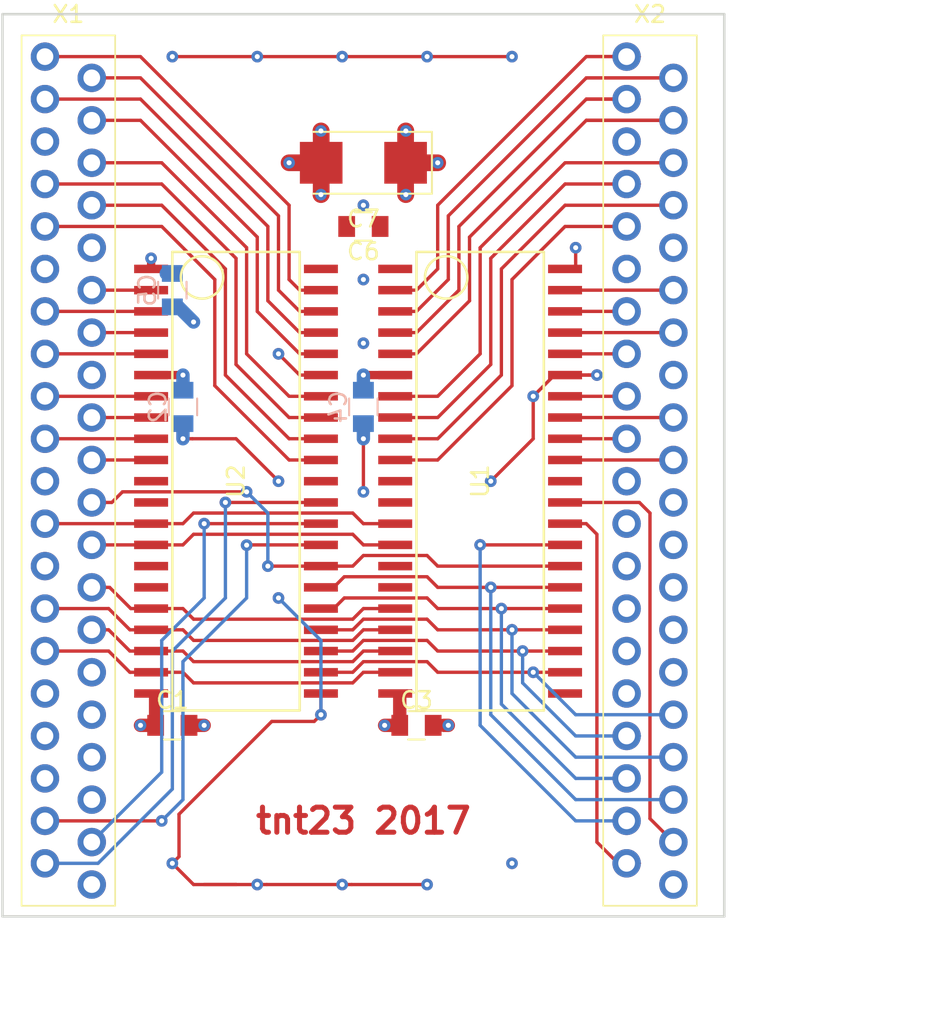
<source format=kicad_pcb>
(kicad_pcb (version 20170922) (host pcbnew no-vcs-found-0b1eb56~60~ubuntu17.04.1)

(general
  (thickness 1.6)
  (drawings 8)
  (tracks 347)
  (zones 0)
  (modules 11)
  (nets 74)
)

(page A4)
(layers
  (0 F.Cu signal)
  (31 B.Cu signal)
  (32 B.Adhes user)
  (33 F.Adhes user)
  (34 B.Paste user)
  (35 F.Paste user)
  (36 B.SilkS user)
  (37 F.SilkS user)
  (38 B.Mask user)
  (39 F.Mask user)
  (40 Dwgs.User user)
  (41 Cmts.User user)
  (42 Eco1.User user)
  (43 Eco2.User user)
  (44 Edge.Cuts user)
  (45 Margin user)
  (46 B.CrtYd user)
  (47 F.CrtYd user)
  (48 B.Fab user)
  (49 F.Fab user)
)


(setup
  (last_trace_width 0.2)
  (user_trace_width 0.2)
  (user_trace_width 0.3)
  (user_trace_width 0.5)
  (user_trace_width 0.6)
  (user_trace_width 0.8)
  (user_trace_width 1)
  (trace_clearance 0)
  (zone_clearance 0.254)
  (zone_45_only no)
  (trace_min 0.2)
  (segment_width 0.2)
  (edge_width 0.15)
  (via_size 0.7)
  (via_drill 0.3)
  (via_min_size 0.7)
  (via_min_drill 0.3)
  (uvia_size 0.3)
  (uvia_drill 0.1)
  (uvias_allowed no)
  (uvia_min_size 0.2)
  (uvia_min_drill 0.1)
  (pcb_text_width 0.3)
  (pcb_text_size 1.5 1.5)
  (mod_edge_width 0.15)
  (mod_text_size 1 1)
  (mod_text_width 0.15)
  (pad_size 1.524 1.524)
  (pad_drill 0.762)
  (pad_to_mask_clearance 0.2)
  (aux_axis_origin 0 0)
  (visible_elements 7FFFFFFF)
  (pcbplotparams
    (layerselection 0x00030_ffffffff)
    (usegerberextensions false)
    (usegerberattributes true)
    (usegerberadvancedattributes true)
    (creategerberjobfile true)
    (excludeedgelayer true)
    (linewidth 0.100000)
    (plotframeref false)
    (viasonmask false)
    (mode 1)
    (useauxorigin false)
    (hpglpennumber 1)
    (hpglpenspeed 20)
    (hpglpendiameter 15)
    (psnegative false)
    (psa4output false)
    (plotreference true)
    (plotvalue true)
    (plotinvisibletext false)
    (padsonsilk false)
    (subtractmaskfromsilk false)
    (outputformat 1)
    (mirror false)
    (drillshape 1)
    (scaleselection 1)
    (outputdirectory ""))
)

(net 0 "")
(net 1 /D8)
(net 2 /D9)
(net 3 /D10)
(net 4 /D11)
(net 5 /D13)
(net 6 /D12)
(net 7 /D14)
(net 8 /D15)
(net 9 /D2)
(net 10 /D0)
(net 11 /D1)
(net 12 /D3)
(net 13 /D6)
(net 14 /A1)
(net 15 /~RAS)
(net 16 /D4)
(net 17 /A2)
(net 18 "Net-(X1-Pad25)")
(net 19 /A9)
(net 20 /A4)
(net 21 /D5)
(net 22 /D7)
(net 23 "Net-(X1-Pad21)")
(net 24 /~WE)
(net 25 /A0)
(net 26 /A3)
(net 27 /~OE)
(net 28 /A6)
(net 29 /A8)
(net 30 /~CAS0)
(net 31 "Net-(X1-Pad40)")
(net 32 /A7)
(net 33 /A5)
(net 34 /~CAS1)
(net 35 /~CAS3)
(net 36 "Net-(X2-Pad40)")
(net 37 /~CAS2)
(net 38 "Net-(X2-Pad21)")
(net 39 /D23)
(net 40 /D21)
(net 41 "Net-(X2-Pad25)")
(net 42 /D20)
(net 43 /D22)
(net 44 /D19)
(net 45 /D17)
(net 46 /D16)
(net 47 /D18)
(net 48 /D31)
(net 49 /D30)
(net 50 /D28)
(net 51 /D29)
(net 52 /D27)
(net 53 /D26)
(net 54 /D25)
(net 55 /D24)
(net 56 VSS)
(net 57 VCC)
(net 58 "Net-(U1-Pad15)")
(net 59 "Net-(U1-Pad16)")
(net 60 "Net-(U2-Pad16)")
(net 61 "Net-(U2-Pad15)")
(net 62 "Net-(X1-Pad32)")
(net 63 "Net-(X1-Pad34)")
(net 64 "Net-(X1-Pad36)")
(net 65 "Net-(X1-Pad35)")
(net 66 "Net-(X1-Pad33)")
(net 67 "Net-(X2-Pad22)")
(net 68 "Net-(X2-Pad23)")
(net 69 "Net-(X2-Pad24)")
(net 70 "Net-(X2-Pad29)")
(net 71 "Net-(X2-Pad26)")
(net 72 "Net-(X2-Pad28)")
(net 73 "Net-(X2-Pad27)")

(net_class Default "This is the default net class."
  (clearance 0)
  (trace_width 0.25)
  (via_dia 0.7)
  (via_drill 0.3)
  (uvia_dia 0.3)
  (uvia_drill 0.1)
  (add_net /A0)
  (add_net /A1)
  (add_net /A2)
  (add_net /A3)
  (add_net /A4)
  (add_net /A5)
  (add_net /A6)
  (add_net /A7)
  (add_net /A8)
  (add_net /A9)
  (add_net /D0)
  (add_net /D1)
  (add_net /D10)
  (add_net /D11)
  (add_net /D12)
  (add_net /D13)
  (add_net /D14)
  (add_net /D15)
  (add_net /D16)
  (add_net /D17)
  (add_net /D18)
  (add_net /D19)
  (add_net /D2)
  (add_net /D20)
  (add_net /D21)
  (add_net /D22)
  (add_net /D23)
  (add_net /D24)
  (add_net /D25)
  (add_net /D26)
  (add_net /D27)
  (add_net /D28)
  (add_net /D29)
  (add_net /D3)
  (add_net /D30)
  (add_net /D31)
  (add_net /D4)
  (add_net /D5)
  (add_net /D6)
  (add_net /D7)
  (add_net /D8)
  (add_net /D9)
  (add_net /~CAS0)
  (add_net /~CAS1)
  (add_net /~CAS2)
  (add_net /~CAS3)
  (add_net /~OE)
  (add_net /~RAS)
  (add_net /~WE)
  (add_net "Net-(U1-Pad15)")
  (add_net "Net-(U1-Pad16)")
  (add_net "Net-(U2-Pad15)")
  (add_net "Net-(U2-Pad16)")
  (add_net "Net-(X1-Pad21)")
  (add_net "Net-(X1-Pad25)")
  (add_net "Net-(X1-Pad32)")
  (add_net "Net-(X1-Pad33)")
  (add_net "Net-(X1-Pad34)")
  (add_net "Net-(X1-Pad35)")
  (add_net "Net-(X1-Pad36)")
  (add_net "Net-(X1-Pad40)")
  (add_net "Net-(X2-Pad21)")
  (add_net "Net-(X2-Pad22)")
  (add_net "Net-(X2-Pad23)")
  (add_net "Net-(X2-Pad24)")
  (add_net "Net-(X2-Pad25)")
  (add_net "Net-(X2-Pad26)")
  (add_net "Net-(X2-Pad27)")
  (add_net "Net-(X2-Pad28)")
  (add_net "Net-(X2-Pad29)")
  (add_net "Net-(X2-Pad40)")
  (add_net VCC)
  (add_net VSS)
)

  (module SMD_Packages:SOJ-42 (layer F.Cu) (tedit 0) (tstamp 59C94008)
    (at 133.35 101.6 270)
    (descr "Module CMS SOJ 42 pins")
    (tags "CMS SOJ")
    (path /59C98680)
    (attr smd)
    (fp_text reference U2 (at 0 0 270) (layer F.SilkS)
      (effects (font (size 1 1) (thickness 0.15)))
    )
    (fp_text value IS41C16105C (at 0 0 270) (layer F.Fab)
      (effects (font (size 1 1) (thickness 0.15)))
    )
    (fp_line (start -13.716 -3.81) (end 13.716 -3.81) (layer F.SilkS) (width 0.15))
    (fp_line (start 13.716 3.81) (end -13.716 3.81) (layer F.SilkS) (width 0.15))
    (fp_line (start -13.716 3.81) (end -13.716 -3.81) (layer F.SilkS) (width 0.15))
    (fp_line (start 13.716 3.81) (end 13.716 -3.81) (layer F.SilkS) (width 0.15))
    (fp_circle (center -12.192 2.032) (end -12.192 0.762) (layer F.SilkS) (width 0.15))
    (pad 21 smd rect (at 12.7 5.08 270) (size 0.508 2.032) (layers F.Cu F.Paste F.Mask)
      (net 57 VCC))
    (pad 20 smd rect (at 11.43 5.08 270) (size 0.508 2.032) (layers F.Cu F.Paste F.Mask)
      (net 26 /A3))
    (pad 19 smd rect (at 10.16 5.08 270) (size 0.508 2.032) (layers F.Cu F.Paste F.Mask)
      (net 17 /A2))
    (pad 18 smd rect (at 8.89 5.08 270) (size 0.508 2.032) (layers F.Cu F.Paste F.Mask)
      (net 14 /A1))
    (pad 17 smd rect (at 7.62 5.08 270) (size 0.508 2.032) (layers F.Cu F.Paste F.Mask)
      (net 25 /A0))
    (pad 16 smd rect (at 6.35 5.08 270) (size 0.508 2.032) (layers F.Cu F.Paste F.Mask)
      (net 60 "Net-(U2-Pad16)"))
    (pad 15 smd rect (at 5.08 5.08 270) (size 0.508 2.032) (layers F.Cu F.Paste F.Mask)
      (net 61 "Net-(U2-Pad15)"))
    (pad 14 smd rect (at 3.81 5.08 270) (size 0.508 2.032) (layers F.Cu F.Paste F.Mask)
      (net 15 /~RAS))
    (pad 13 smd rect (at 2.54 5.08 270) (size 0.508 2.032) (layers F.Cu F.Paste F.Mask)
      (net 24 /~WE))
    (pad 12 smd rect (at 1.27 5.08 270) (size 0.508 2.032) (layers F.Cu F.Paste F.Mask))
    (pad 22 smd rect (at 12.7 -5.08 270) (size 0.508 2.032) (layers F.Cu F.Paste F.Mask)
      (net 56 VSS))
    (pad 23 smd rect (at 11.43 -5.08 270) (size 0.508 2.032) (layers F.Cu F.Paste F.Mask)
      (net 20 /A4))
    (pad 24 smd rect (at 10.16 -5.08 270) (size 0.508 2.032) (layers F.Cu F.Paste F.Mask)
      (net 33 /A5))
    (pad 25 smd rect (at 8.89 -5.08 270) (size 0.508 2.032) (layers F.Cu F.Paste F.Mask)
      (net 28 /A6))
    (pad 26 smd rect (at 7.62 -5.08 270) (size 0.508 2.032) (layers F.Cu F.Paste F.Mask)
      (net 32 /A7))
    (pad 27 smd rect (at 6.35 -5.08 270) (size 0.508 2.032) (layers F.Cu F.Paste F.Mask)
      (net 29 /A8))
    (pad 28 smd rect (at 5.08 -5.08 270) (size 0.508 2.032) (layers F.Cu F.Paste F.Mask)
      (net 19 /A9))
    (pad 29 smd rect (at 3.81 -5.08 270) (size 0.508 2.032) (layers F.Cu F.Paste F.Mask)
      (net 27 /~OE))
    (pad 30 smd rect (at 2.54 -5.08 270) (size 0.508 2.032) (layers F.Cu F.Paste F.Mask)
      (net 34 /~CAS1))
    (pad 31 smd rect (at 1.27 -5.08 270) (size 0.508 2.032) (layers F.Cu F.Paste F.Mask)
      (net 30 /~CAS0))
    (pad 1 smd rect (at -12.7 5.08 270) (size 0.508 2.032) (layers F.Cu F.Paste F.Mask)
      (net 57 VCC))
    (pad 2 smd rect (at -11.43 5.08 270) (size 0.508 2.032) (layers F.Cu F.Paste F.Mask)
      (net 10 /D0))
    (pad 3 smd rect (at -10.16 5.08 270) (size 0.508 2.032) (layers F.Cu F.Paste F.Mask)
      (net 11 /D1))
    (pad 4 smd rect (at -8.89 5.08 270) (size 0.508 2.032) (layers F.Cu F.Paste F.Mask)
      (net 9 /D2))
    (pad 5 smd rect (at -7.62 5.08 270) (size 0.508 2.032) (layers F.Cu F.Paste F.Mask)
      (net 12 /D3))
    (pad 6 smd rect (at -6.35 5.08 270) (size 0.508 2.032) (layers F.Cu F.Paste F.Mask)
      (net 57 VCC))
    (pad 7 smd rect (at -5.08 5.08 270) (size 0.508 2.032) (layers F.Cu F.Paste F.Mask)
      (net 16 /D4))
    (pad 8 smd rect (at -3.81 5.08 270) (size 0.508 2.032) (layers F.Cu F.Paste F.Mask)
      (net 21 /D5))
    (pad 9 smd rect (at -2.54 5.08 270) (size 0.508 2.032) (layers F.Cu F.Paste F.Mask)
      (net 13 /D6))
    (pad 10 smd rect (at -1.27 5.08 270) (size 0.508 2.032) (layers F.Cu F.Paste F.Mask)
      (net 22 /D7))
    (pad 42 smd rect (at -12.7 -5.08 270) (size 0.508 2.032) (layers F.Cu F.Paste F.Mask)
      (net 56 VSS))
    (pad 41 smd rect (at -11.43 -5.08 270) (size 0.508 2.032) (layers F.Cu F.Paste F.Mask)
      (net 1 /D8))
    (pad 40 smd rect (at -10.16 -5.08 270) (size 0.508 2.032) (layers F.Cu F.Paste F.Mask)
      (net 2 /D9))
    (pad 39 smd rect (at -8.89 -5.08 270) (size 0.508 2.032) (layers F.Cu F.Paste F.Mask)
      (net 3 /D10))
    (pad 38 smd rect (at -7.62 -5.08 270) (size 0.508 2.032) (layers F.Cu F.Paste F.Mask)
      (net 4 /D11))
    (pad 37 smd rect (at -6.35 -5.08 270) (size 0.508 2.032) (layers F.Cu F.Paste F.Mask)
      (net 56 VSS))
    (pad 36 smd rect (at -5.08 -5.08 270) (size 0.508 2.032) (layers F.Cu F.Paste F.Mask)
      (net 6 /D12))
    (pad 35 smd rect (at -3.81 -5.08 270) (size 0.508 2.032) (layers F.Cu F.Paste F.Mask)
      (net 5 /D13))
    (pad 34 smd rect (at -2.54 -5.08 270) (size 0.508 2.032) (layers F.Cu F.Paste F.Mask)
      (net 7 /D14))
    (pad 33 smd rect (at -1.27 -5.08 270) (size 0.508 2.032) (layers F.Cu F.Paste F.Mask)
      (net 8 /D15))
    (pad 11 smd rect (at 0 5.08 270) (size 0.508 2.032) (layers F.Cu F.Paste F.Mask))
    (pad 32 smd rect (at 0 -5.08 270) (size 0.508 2.032) (layers F.Cu F.Paste F.Mask))
    (model SMD_Packages.3dshapes/SOJ-42.wrl
      (at (xyz 0 0 0))
      (scale (xyz 0.5 0.6 0.5))
      (rotate (xyz 0 0 0))
    )
  )

  (module SMD_Packages:SOJ-42 (layer F.Cu) (tedit 0) (tstamp 59C93FD5)
    (at 147.955 101.6 270)
    (descr "Module CMS SOJ 42 pins")
    (tags "CMS SOJ")
    (path /59C98929)
    (attr smd)
    (fp_text reference U1 (at 0 0 270) (layer F.SilkS)
      (effects (font (size 1 1) (thickness 0.15)))
    )
    (fp_text value IS41C16105C (at 0 0 270) (layer F.Fab)
      (effects (font (size 1 1) (thickness 0.15)))
    )
    (fp_circle (center -12.192 2.032) (end -12.192 0.762) (layer F.SilkS) (width 0.15))
    (fp_line (start 13.716 3.81) (end 13.716 -3.81) (layer F.SilkS) (width 0.15))
    (fp_line (start -13.716 3.81) (end -13.716 -3.81) (layer F.SilkS) (width 0.15))
    (fp_line (start 13.716 3.81) (end -13.716 3.81) (layer F.SilkS) (width 0.15))
    (fp_line (start -13.716 -3.81) (end 13.716 -3.81) (layer F.SilkS) (width 0.15))
    (pad 32 smd rect (at 0 -5.08 270) (size 0.508 2.032) (layers F.Cu F.Paste F.Mask))
    (pad 11 smd rect (at 0 5.08 270) (size 0.508 2.032) (layers F.Cu F.Paste F.Mask))
    (pad 33 smd rect (at -1.27 -5.08 270) (size 0.508 2.032) (layers F.Cu F.Paste F.Mask)
      (net 39 /D23))
    (pad 34 smd rect (at -2.54 -5.08 270) (size 0.508 2.032) (layers F.Cu F.Paste F.Mask)
      (net 43 /D22))
    (pad 35 smd rect (at -3.81 -5.08 270) (size 0.508 2.032) (layers F.Cu F.Paste F.Mask)
      (net 40 /D21))
    (pad 36 smd rect (at -5.08 -5.08 270) (size 0.508 2.032) (layers F.Cu F.Paste F.Mask)
      (net 42 /D20))
    (pad 37 smd rect (at -6.35 -5.08 270) (size 0.508 2.032) (layers F.Cu F.Paste F.Mask)
      (net 56 VSS))
    (pad 38 smd rect (at -7.62 -5.08 270) (size 0.508 2.032) (layers F.Cu F.Paste F.Mask)
      (net 44 /D19))
    (pad 39 smd rect (at -8.89 -5.08 270) (size 0.508 2.032) (layers F.Cu F.Paste F.Mask)
      (net 47 /D18))
    (pad 40 smd rect (at -10.16 -5.08 270) (size 0.508 2.032) (layers F.Cu F.Paste F.Mask)
      (net 45 /D17))
    (pad 41 smd rect (at -11.43 -5.08 270) (size 0.508 2.032) (layers F.Cu F.Paste F.Mask)
      (net 46 /D16))
    (pad 42 smd rect (at -12.7 -5.08 270) (size 0.508 2.032) (layers F.Cu F.Paste F.Mask)
      (net 56 VSS))
    (pad 10 smd rect (at -1.27 5.08 270) (size 0.508 2.032) (layers F.Cu F.Paste F.Mask)
      (net 48 /D31))
    (pad 9 smd rect (at -2.54 5.08 270) (size 0.508 2.032) (layers F.Cu F.Paste F.Mask)
      (net 49 /D30))
    (pad 8 smd rect (at -3.81 5.08 270) (size 0.508 2.032) (layers F.Cu F.Paste F.Mask)
      (net 51 /D29))
    (pad 7 smd rect (at -5.08 5.08 270) (size 0.508 2.032) (layers F.Cu F.Paste F.Mask)
      (net 50 /D28))
    (pad 6 smd rect (at -6.35 5.08 270) (size 0.508 2.032) (layers F.Cu F.Paste F.Mask)
      (net 57 VCC))
    (pad 5 smd rect (at -7.62 5.08 270) (size 0.508 2.032) (layers F.Cu F.Paste F.Mask)
      (net 52 /D27))
    (pad 4 smd rect (at -8.89 5.08 270) (size 0.508 2.032) (layers F.Cu F.Paste F.Mask)
      (net 53 /D26))
    (pad 3 smd rect (at -10.16 5.08 270) (size 0.508 2.032) (layers F.Cu F.Paste F.Mask)
      (net 54 /D25))
    (pad 2 smd rect (at -11.43 5.08 270) (size 0.508 2.032) (layers F.Cu F.Paste F.Mask)
      (net 55 /D24))
    (pad 1 smd rect (at -12.7 5.08 270) (size 0.508 2.032) (layers F.Cu F.Paste F.Mask)
      (net 57 VCC))
    (pad 31 smd rect (at 1.27 -5.08 270) (size 0.508 2.032) (layers F.Cu F.Paste F.Mask)
      (net 35 /~CAS3))
    (pad 30 smd rect (at 2.54 -5.08 270) (size 0.508 2.032) (layers F.Cu F.Paste F.Mask)
      (net 37 /~CAS2))
    (pad 29 smd rect (at 3.81 -5.08 270) (size 0.508 2.032) (layers F.Cu F.Paste F.Mask)
      (net 27 /~OE))
    (pad 28 smd rect (at 5.08 -5.08 270) (size 0.508 2.032) (layers F.Cu F.Paste F.Mask)
      (net 19 /A9))
    (pad 27 smd rect (at 6.35 -5.08 270) (size 0.508 2.032) (layers F.Cu F.Paste F.Mask)
      (net 29 /A8))
    (pad 26 smd rect (at 7.62 -5.08 270) (size 0.508 2.032) (layers F.Cu F.Paste F.Mask)
      (net 32 /A7))
    (pad 25 smd rect (at 8.89 -5.08 270) (size 0.508 2.032) (layers F.Cu F.Paste F.Mask)
      (net 28 /A6))
    (pad 24 smd rect (at 10.16 -5.08 270) (size 0.508 2.032) (layers F.Cu F.Paste F.Mask)
      (net 33 /A5))
    (pad 23 smd rect (at 11.43 -5.08 270) (size 0.508 2.032) (layers F.Cu F.Paste F.Mask)
      (net 20 /A4))
    (pad 22 smd rect (at 12.7 -5.08 270) (size 0.508 2.032) (layers F.Cu F.Paste F.Mask)
      (net 56 VSS))
    (pad 12 smd rect (at 1.27 5.08 270) (size 0.508 2.032) (layers F.Cu F.Paste F.Mask))
    (pad 13 smd rect (at 2.54 5.08 270) (size 0.508 2.032) (layers F.Cu F.Paste F.Mask)
      (net 24 /~WE))
    (pad 14 smd rect (at 3.81 5.08 270) (size 0.508 2.032) (layers F.Cu F.Paste F.Mask)
      (net 15 /~RAS))
    (pad 15 smd rect (at 5.08 5.08 270) (size 0.508 2.032) (layers F.Cu F.Paste F.Mask)
      (net 58 "Net-(U1-Pad15)"))
    (pad 16 smd rect (at 6.35 5.08 270) (size 0.508 2.032) (layers F.Cu F.Paste F.Mask)
      (net 59 "Net-(U1-Pad16)"))
    (pad 17 smd rect (at 7.62 5.08 270) (size 0.508 2.032) (layers F.Cu F.Paste F.Mask)
      (net 25 /A0))
    (pad 18 smd rect (at 8.89 5.08 270) (size 0.508 2.032) (layers F.Cu F.Paste F.Mask)
      (net 14 /A1))
    (pad 19 smd rect (at 10.16 5.08 270) (size 0.508 2.032) (layers F.Cu F.Paste F.Mask)
      (net 17 /A2))
    (pad 20 smd rect (at 11.43 5.08 270) (size 0.508 2.032) (layers F.Cu F.Paste F.Mask)
      (net 26 /A3))
    (pad 21 smd rect (at 12.7 5.08 270) (size 0.508 2.032) (layers F.Cu F.Paste F.Mask)
      (net 57 VCC))
    (model SMD_Packages.3dshapes/SOJ-42.wrl
      (at (xyz 0 0 0))
      (scale (xyz 0.5 0.6 0.5))
      (rotate (xyz 0 0 0))
    )
  )

  (module oakram:ZIP40-P-475-1.27 (layer F.Cu) (tedit 59C8FFC3) (tstamp 59C9396E)
    (at 123.32 100.33)
    (path /59C97991)
    (fp_text reference X1 (at 0 -26.67) (layer F.SilkS)
      (effects (font (size 1 1) (thickness 0.15)))
    )
    (fp_text value ZIP40 (at 0 0 90) (layer F.Fab)
      (effects (font (size 1 1) (thickness 0.15)))
    )
    (fp_line (start -2.8 -25.4) (end 2.8 -25.4) (layer F.SilkS) (width 0.1))
    (fp_line (start 2.8 -25.4) (end 2.8 26.67) (layer F.SilkS) (width 0.1))
    (fp_line (start 2.8 26.67) (end -2.8 26.67) (layer F.SilkS) (width 0.1))
    (fp_line (start -2.8 26.67) (end -2.8 -25.4) (layer F.SilkS) (width 0.1))
    (pad 1 thru_hole circle (at -1.4 -24.13) (size 1.7 1.7) (drill 1) (layers *.Cu *.Mask)
      (net 1 /D8))
    (pad 2 thru_hole circle (at 1.4 -22.86) (size 1.7 1.7) (drill 1) (layers *.Cu *.Mask)
      (net 2 /D9))
    (pad 3 thru_hole circle (at -1.4 -21.59) (size 1.7 1.7) (drill 1) (layers *.Cu *.Mask)
      (net 3 /D10))
    (pad 4 thru_hole circle (at 1.4 -20.32) (size 1.7 1.7) (drill 1) (layers *.Cu *.Mask)
      (net 4 /D11))
    (pad 7 thru_hole circle (at -1.4 -16.51) (size 1.7 1.7) (drill 1) (layers *.Cu *.Mask)
      (net 5 /D13))
    (pad 5 thru_hole circle (at -1.4 -19.05) (size 1.7 1.7) (drill 1) (layers *.Cu *.Mask)
      (net 56 VSS))
    (pad 6 thru_hole circle (at 1.4 -17.78) (size 1.7 1.7) (drill 1) (layers *.Cu *.Mask)
      (net 6 /D12))
    (pad 8 thru_hole circle (at 1.4 -15.24) (size 1.7 1.7) (drill 1) (layers *.Cu *.Mask)
      (net 7 /D14))
    (pad 11 thru_hole circle (at -1.4 -11.43) (size 1.7 1.7) (drill 1) (layers *.Cu *.Mask)
      (net 57 VCC))
    (pad 16 thru_hole circle (at 1.4 -5.08) (size 1.7 1.7) (drill 1) (layers *.Cu *.Mask)
      (net 57 VCC))
    (pad 9 thru_hole circle (at -1.4 -13.97) (size 1.7 1.7) (drill 1) (layers *.Cu *.Mask)
      (net 8 /D15))
    (pad 14 thru_hole circle (at 1.4 -7.62) (size 1.7 1.7) (drill 1) (layers *.Cu *.Mask)
      (net 9 /D2))
    (pad 10 thru_hole circle (at 1.4 -12.7) (size 1.7 1.7) (drill 1) (layers *.Cu *.Mask)
      (net 56 VSS))
    (pad 12 thru_hole circle (at 1.4 -10.16) (size 1.7 1.7) (drill 1) (layers *.Cu *.Mask)
      (net 10 /D0))
    (pad 13 thru_hole circle (at -1.4 -8.89) (size 1.7 1.7) (drill 1) (layers *.Cu *.Mask)
      (net 11 /D1))
    (pad 15 thru_hole circle (at -1.4 -6.35) (size 1.7 1.7) (drill 1) (layers *.Cu *.Mask)
      (net 12 /D3))
    (pad 19 thru_hole circle (at -1.4 -1.27) (size 1.7 1.7) (drill 1) (layers *.Cu *.Mask)
      (net 13 /D6))
    (pad 27 thru_hole circle (at -1.4 8.89) (size 1.7 1.7) (drill 1) (layers *.Cu *.Mask)
      (net 14 /A1))
    (pad 24 thru_hole circle (at 1.4 5.08) (size 1.7 1.7) (drill 1) (layers *.Cu *.Mask)
      (net 15 /~RAS))
    (pad 17 thru_hole circle (at -1.4 -3.81) (size 1.7 1.7) (drill 1) (layers *.Cu *.Mask)
      (net 16 /D4))
    (pad 28 thru_hole circle (at 1.4 10.16) (size 1.7 1.7) (drill 1) (layers *.Cu *.Mask)
      (net 17 /A2))
    (pad 25 thru_hole circle (at -1.4 6.35) (size 1.7 1.7) (drill 1) (layers *.Cu *.Mask)
      (net 18 "Net-(X1-Pad25)"))
    (pad 22 thru_hole circle (at 1.4 2.54) (size 1.7 1.7) (drill 1) (layers *.Cu *.Mask)
      (net 19 /A9))
    (pad 32 thru_hole circle (at 1.4 15.24) (size 1.7 1.7) (drill 1) (layers *.Cu *.Mask)
      (net 62 "Net-(X1-Pad32)"))
    (pad 18 thru_hole circle (at 1.4 -2.54) (size 1.7 1.7) (drill 1) (layers *.Cu *.Mask)
      (net 21 /D5))
    (pad 20 thru_hole circle (at 1.4 0) (size 1.7 1.7) (drill 1) (layers *.Cu *.Mask)
      (net 22 /D7))
    (pad 21 thru_hole circle (at -1.4 1.27) (size 1.7 1.7) (drill 1) (layers *.Cu *.Mask)
      (net 23 "Net-(X1-Pad21)"))
    (pad 23 thru_hole circle (at -1.4 3.81) (size 1.7 1.7) (drill 1) (layers *.Cu *.Mask)
      (net 24 /~WE))
    (pad 26 thru_hole circle (at 1.4 7.62) (size 1.7 1.7) (drill 1) (layers *.Cu *.Mask)
      (net 25 /A0))
    (pad 29 thru_hole circle (at -1.4 11.43) (size 1.7 1.7) (drill 1) (layers *.Cu *.Mask)
      (net 26 /A3))
    (pad 31 thru_hole circle (at -1.4 13.97) (size 1.7 1.7) (drill 1) (layers *.Cu *.Mask)
      (net 56 VSS))
    (pad 30 thru_hole circle (at 1.4 12.7) (size 1.7 1.7) (drill 1) (layers *.Cu *.Mask)
      (net 57 VCC))
    (pad 37 thru_hole circle (at -1.4 21.59) (size 1.7 1.7) (drill 1) (layers *.Cu *.Mask)
      (net 27 /~OE))
    (pad 34 thru_hole circle (at 1.4 17.78) (size 1.7 1.7) (drill 1) (layers *.Cu *.Mask)
      (net 63 "Net-(X1-Pad34)"))
    (pad 36 thru_hole circle (at 1.4 20.32) (size 1.7 1.7) (drill 1) (layers *.Cu *.Mask)
      (net 64 "Net-(X1-Pad36)"))
    (pad 39 thru_hole circle (at -1.4 24.13) (size 1.7 1.7) (drill 1) (layers *.Cu *.Mask)
      (net 30 /~CAS0))
    (pad 40 thru_hole circle (at 1.4 25.4) (size 1.7 1.7) (drill 1) (layers *.Cu *.Mask)
      (net 31 "Net-(X1-Pad40)"))
    (pad 35 thru_hole circle (at -1.4 19.05) (size 1.7 1.7) (drill 1) (layers *.Cu *.Mask)
      (net 65 "Net-(X1-Pad35)"))
    (pad 33 thru_hole circle (at -1.4 16.51) (size 1.7 1.7) (drill 1) (layers *.Cu *.Mask)
      (net 66 "Net-(X1-Pad33)"))
    (pad 38 thru_hole circle (at 1.4 22.86) (size 1.7 1.7) (drill 1) (layers *.Cu *.Mask)
      (net 34 /~CAS1))
  )

  (module oakram:ZIP40-P-475-1.27 (layer F.Cu) (tedit 59C8FFC3) (tstamp 59C9399E)
    (at 158.118 100.33)
    (path /59C9833A)
    (fp_text reference X2 (at 0 -26.67) (layer F.SilkS)
      (effects (font (size 1 1) (thickness 0.15)))
    )
    (fp_text value ZIP40 (at 0 0 90) (layer F.Fab)
      (effects (font (size 1 1) (thickness 0.15)))
    )
    (fp_line (start -2.8 26.67) (end -2.8 -25.4) (layer F.SilkS) (width 0.1))
    (fp_line (start 2.8 26.67) (end -2.8 26.67) (layer F.SilkS) (width 0.1))
    (fp_line (start 2.8 -25.4) (end 2.8 26.67) (layer F.SilkS) (width 0.1))
    (fp_line (start -2.8 -25.4) (end 2.8 -25.4) (layer F.SilkS) (width 0.1))
    (pad 38 thru_hole circle (at 1.4 22.86) (size 1.7 1.7) (drill 1) (layers *.Cu *.Mask)
      (net 35 /~CAS3))
    (pad 33 thru_hole circle (at -1.4 16.51) (size 1.7 1.7) (drill 1) (layers *.Cu *.Mask)
      (net 33 /A5))
    (pad 35 thru_hole circle (at -1.4 19.05) (size 1.7 1.7) (drill 1) (layers *.Cu *.Mask)
      (net 32 /A7))
    (pad 40 thru_hole circle (at 1.4 25.4) (size 1.7 1.7) (drill 1) (layers *.Cu *.Mask)
      (net 36 "Net-(X2-Pad40)"))
    (pad 39 thru_hole circle (at -1.4 24.13) (size 1.7 1.7) (drill 1) (layers *.Cu *.Mask)
      (net 37 /~CAS2))
    (pad 36 thru_hole circle (at 1.4 20.32) (size 1.7 1.7) (drill 1) (layers *.Cu *.Mask)
      (net 29 /A8))
    (pad 34 thru_hole circle (at 1.4 17.78) (size 1.7 1.7) (drill 1) (layers *.Cu *.Mask)
      (net 28 /A6))
    (pad 37 thru_hole circle (at -1.4 21.59) (size 1.7 1.7) (drill 1) (layers *.Cu *.Mask)
      (net 27 /~OE))
    (pad 30 thru_hole circle (at 1.4 12.7) (size 1.7 1.7) (drill 1) (layers *.Cu *.Mask)
      (net 57 VCC))
    (pad 31 thru_hole circle (at -1.4 13.97) (size 1.7 1.7) (drill 1) (layers *.Cu *.Mask)
      (net 56 VSS))
    (pad 29 thru_hole circle (at -1.4 11.43) (size 1.7 1.7) (drill 1) (layers *.Cu *.Mask)
      (net 70 "Net-(X2-Pad29)"))
    (pad 26 thru_hole circle (at 1.4 7.62) (size 1.7 1.7) (drill 1) (layers *.Cu *.Mask)
      (net 71 "Net-(X2-Pad26)"))
    (pad 23 thru_hole circle (at -1.4 3.81) (size 1.7 1.7) (drill 1) (layers *.Cu *.Mask)
      (net 68 "Net-(X2-Pad23)"))
    (pad 21 thru_hole circle (at -1.4 1.27) (size 1.7 1.7) (drill 1) (layers *.Cu *.Mask)
      (net 38 "Net-(X2-Pad21)"))
    (pad 20 thru_hole circle (at 1.4 0) (size 1.7 1.7) (drill 1) (layers *.Cu *.Mask)
      (net 39 /D23))
    (pad 18 thru_hole circle (at 1.4 -2.54) (size 1.7 1.7) (drill 1) (layers *.Cu *.Mask)
      (net 40 /D21))
    (pad 32 thru_hole circle (at 1.4 15.24) (size 1.7 1.7) (drill 1) (layers *.Cu *.Mask)
      (net 20 /A4))
    (pad 22 thru_hole circle (at 1.4 2.54) (size 1.7 1.7) (drill 1) (layers *.Cu *.Mask)
      (net 67 "Net-(X2-Pad22)"))
    (pad 25 thru_hole circle (at -1.4 6.35) (size 1.7 1.7) (drill 1) (layers *.Cu *.Mask)
      (net 41 "Net-(X2-Pad25)"))
    (pad 28 thru_hole circle (at 1.4 10.16) (size 1.7 1.7) (drill 1) (layers *.Cu *.Mask)
      (net 72 "Net-(X2-Pad28)"))
    (pad 17 thru_hole circle (at -1.4 -3.81) (size 1.7 1.7) (drill 1) (layers *.Cu *.Mask)
      (net 42 /D20))
    (pad 24 thru_hole circle (at 1.4 5.08) (size 1.7 1.7) (drill 1) (layers *.Cu *.Mask)
      (net 69 "Net-(X2-Pad24)"))
    (pad 27 thru_hole circle (at -1.4 8.89) (size 1.7 1.7) (drill 1) (layers *.Cu *.Mask)
      (net 73 "Net-(X2-Pad27)"))
    (pad 19 thru_hole circle (at -1.4 -1.27) (size 1.7 1.7) (drill 1) (layers *.Cu *.Mask)
      (net 43 /D22))
    (pad 15 thru_hole circle (at -1.4 -6.35) (size 1.7 1.7) (drill 1) (layers *.Cu *.Mask)
      (net 44 /D19))
    (pad 13 thru_hole circle (at -1.4 -8.89) (size 1.7 1.7) (drill 1) (layers *.Cu *.Mask)
      (net 45 /D17))
    (pad 12 thru_hole circle (at 1.4 -10.16) (size 1.7 1.7) (drill 1) (layers *.Cu *.Mask)
      (net 46 /D16))
    (pad 10 thru_hole circle (at 1.4 -12.7) (size 1.7 1.7) (drill 1) (layers *.Cu *.Mask)
      (net 56 VSS))
    (pad 14 thru_hole circle (at 1.4 -7.62) (size 1.7 1.7) (drill 1) (layers *.Cu *.Mask)
      (net 47 /D18))
    (pad 9 thru_hole circle (at -1.4 -13.97) (size 1.7 1.7) (drill 1) (layers *.Cu *.Mask)
      (net 48 /D31))
    (pad 16 thru_hole circle (at 1.4 -5.08) (size 1.7 1.7) (drill 1) (layers *.Cu *.Mask)
      (net 57 VCC))
    (pad 11 thru_hole circle (at -1.4 -11.43) (size 1.7 1.7) (drill 1) (layers *.Cu *.Mask)
      (net 57 VCC))
    (pad 8 thru_hole circle (at 1.4 -15.24) (size 1.7 1.7) (drill 1) (layers *.Cu *.Mask)
      (net 49 /D30))
    (pad 6 thru_hole circle (at 1.4 -17.78) (size 1.7 1.7) (drill 1) (layers *.Cu *.Mask)
      (net 50 /D28))
    (pad 5 thru_hole circle (at -1.4 -19.05) (size 1.7 1.7) (drill 1) (layers *.Cu *.Mask)
      (net 56 VSS))
    (pad 7 thru_hole circle (at -1.4 -16.51) (size 1.7 1.7) (drill 1) (layers *.Cu *.Mask)
      (net 51 /D29))
    (pad 4 thru_hole circle (at 1.4 -20.32) (size 1.7 1.7) (drill 1) (layers *.Cu *.Mask)
      (net 52 /D27))
    (pad 3 thru_hole circle (at -1.4 -21.59) (size 1.7 1.7) (drill 1) (layers *.Cu *.Mask)
      (net 53 /D26))
    (pad 2 thru_hole circle (at 1.4 -22.86) (size 1.7 1.7) (drill 1) (layers *.Cu *.Mask)
      (net 54 /D25))
    (pad 1 thru_hole circle (at -1.4 -24.13) (size 1.7 1.7) (drill 1) (layers *.Cu *.Mask)
      (net 55 /D24))
  )

  (module Capacitors_SMD:C_0805 (layer F.Cu) (tedit 58AA8463) (tstamp 59D88EEE)
    (at 129.54 116.205)
    (descr "Capacitor SMD 0805, reflow soldering, AVX (see smccp.pdf)")
    (tags "capacitor 0805")
    (path /59CBE190)
    (attr smd)
    (fp_text reference C1 (at 0 -1.5) (layer F.SilkS)
      (effects (font (size 1 1) (thickness 0.15)))
    )
    (fp_text value 2,2u (at 0 1.75) (layer F.Fab)
      (effects (font (size 1 1) (thickness 0.15)))
    )
    (fp_line (start 1.75 0.87) (end -1.75 0.87) (layer F.CrtYd) (width 0.05))
    (fp_line (start 1.75 0.87) (end 1.75 -0.88) (layer F.CrtYd) (width 0.05))
    (fp_line (start -1.75 -0.88) (end -1.75 0.87) (layer F.CrtYd) (width 0.05))
    (fp_line (start -1.75 -0.88) (end 1.75 -0.88) (layer F.CrtYd) (width 0.05))
    (fp_line (start -0.5 0.85) (end 0.5 0.85) (layer F.SilkS) (width 0.12))
    (fp_line (start 0.5 -0.85) (end -0.5 -0.85) (layer F.SilkS) (width 0.12))
    (fp_line (start -1 -0.62) (end 1 -0.62) (layer F.Fab) (width 0.1))
    (fp_line (start 1 -0.62) (end 1 0.62) (layer F.Fab) (width 0.1))
    (fp_line (start 1 0.62) (end -1 0.62) (layer F.Fab) (width 0.1))
    (fp_line (start -1 0.62) (end -1 -0.62) (layer F.Fab) (width 0.1))
    (fp_text user %R (at 0 -1.5) (layer F.Fab)
      (effects (font (size 1 1) (thickness 0.15)))
    )
    (pad 2 smd rect (at 1 0) (size 1 1.25) (layers F.Cu F.Paste F.Mask)
      (net 56 VSS))
    (pad 1 smd rect (at -1 0) (size 1 1.25) (layers F.Cu F.Paste F.Mask)
      (net 57 VCC))
    (model Capacitors_SMD.3dshapes/C_0805.wrl
      (at (xyz 0 0 0))
      (scale (xyz 1 1 1))
      (rotate (xyz 0 0 0))
    )
  )

  (module Capacitors_SMD:C_0805 (layer B.Cu) (tedit 58AA8463) (tstamp 59D88EFF)
    (at 130.175 97.155 270)
    (descr "Capacitor SMD 0805, reflow soldering, AVX (see smccp.pdf)")
    (tags "capacitor 0805")
    (path /59CBE35E)
    (attr smd)
    (fp_text reference C2 (at 0 1.5 270) (layer B.SilkS)
      (effects (font (size 1 1) (thickness 0.15)) (justify mirror))
    )
    (fp_text value 2,2u (at 0 -1.75 270) (layer B.Fab)
      (effects (font (size 1 1) (thickness 0.15)) (justify mirror))
    )
    (fp_text user %R (at 0 1.5 270) (layer B.Fab)
      (effects (font (size 1 1) (thickness 0.15)) (justify mirror))
    )
    (fp_line (start -1 -0.62) (end -1 0.62) (layer B.Fab) (width 0.1))
    (fp_line (start 1 -0.62) (end -1 -0.62) (layer B.Fab) (width 0.1))
    (fp_line (start 1 0.62) (end 1 -0.62) (layer B.Fab) (width 0.1))
    (fp_line (start -1 0.62) (end 1 0.62) (layer B.Fab) (width 0.1))
    (fp_line (start 0.5 0.85) (end -0.5 0.85) (layer B.SilkS) (width 0.12))
    (fp_line (start -0.5 -0.85) (end 0.5 -0.85) (layer B.SilkS) (width 0.12))
    (fp_line (start -1.75 0.88) (end 1.75 0.88) (layer B.CrtYd) (width 0.05))
    (fp_line (start -1.75 0.88) (end -1.75 -0.87) (layer B.CrtYd) (width 0.05))
    (fp_line (start 1.75 -0.87) (end 1.75 0.88) (layer B.CrtYd) (width 0.05))
    (fp_line (start 1.75 -0.87) (end -1.75 -0.87) (layer B.CrtYd) (width 0.05))
    (pad 1 smd rect (at -1 0 270) (size 1 1.25) (layers B.Cu B.Paste B.Mask)
      (net 57 VCC))
    (pad 2 smd rect (at 1 0 270) (size 1 1.25) (layers B.Cu B.Paste B.Mask)
      (net 56 VSS))
    (model Capacitors_SMD.3dshapes/C_0805.wrl
      (at (xyz 0 0 0))
      (scale (xyz 1 1 1))
      (rotate (xyz 0 0 0))
    )
  )

  (module Capacitors_SMD:C_0805 (layer F.Cu) (tedit 58AA8463) (tstamp 59D88F10)
    (at 144.145 116.205)
    (descr "Capacitor SMD 0805, reflow soldering, AVX (see smccp.pdf)")
    (tags "capacitor 0805")
    (path /59CBE39E)
    (attr smd)
    (fp_text reference C3 (at 0 -1.5) (layer F.SilkS)
      (effects (font (size 1 1) (thickness 0.15)))
    )
    (fp_text value 2,2u (at 0 1.75) (layer F.Fab)
      (effects (font (size 1 1) (thickness 0.15)))
    )
    (fp_line (start 1.75 0.87) (end -1.75 0.87) (layer F.CrtYd) (width 0.05))
    (fp_line (start 1.75 0.87) (end 1.75 -0.88) (layer F.CrtYd) (width 0.05))
    (fp_line (start -1.75 -0.88) (end -1.75 0.87) (layer F.CrtYd) (width 0.05))
    (fp_line (start -1.75 -0.88) (end 1.75 -0.88) (layer F.CrtYd) (width 0.05))
    (fp_line (start -0.5 0.85) (end 0.5 0.85) (layer F.SilkS) (width 0.12))
    (fp_line (start 0.5 -0.85) (end -0.5 -0.85) (layer F.SilkS) (width 0.12))
    (fp_line (start -1 -0.62) (end 1 -0.62) (layer F.Fab) (width 0.1))
    (fp_line (start 1 -0.62) (end 1 0.62) (layer F.Fab) (width 0.1))
    (fp_line (start 1 0.62) (end -1 0.62) (layer F.Fab) (width 0.1))
    (fp_line (start -1 0.62) (end -1 -0.62) (layer F.Fab) (width 0.1))
    (fp_text user %R (at 0 -1.5) (layer F.Fab)
      (effects (font (size 1 1) (thickness 0.15)))
    )
    (pad 2 smd rect (at 1 0) (size 1 1.25) (layers F.Cu F.Paste F.Mask)
      (net 56 VSS))
    (pad 1 smd rect (at -1 0) (size 1 1.25) (layers F.Cu F.Paste F.Mask)
      (net 57 VCC))
    (model Capacitors_SMD.3dshapes/C_0805.wrl
      (at (xyz 0 0 0))
      (scale (xyz 1 1 1))
      (rotate (xyz 0 0 0))
    )
  )

  (module Capacitors_SMD:C_0805 (layer B.Cu) (tedit 58AA8463) (tstamp 59D88F21)
    (at 140.97 97.155 270)
    (descr "Capacitor SMD 0805, reflow soldering, AVX (see smccp.pdf)")
    (tags "capacitor 0805")
    (path /59CBE4F8)
    (attr smd)
    (fp_text reference C4 (at 0 1.5 270) (layer B.SilkS)
      (effects (font (size 1 1) (thickness 0.15)) (justify mirror))
    )
    (fp_text value 2,2u (at 0 -1.75 270) (layer B.Fab)
      (effects (font (size 1 1) (thickness 0.15)) (justify mirror))
    )
    (fp_text user %R (at 0 1.5 270) (layer B.Fab)
      (effects (font (size 1 1) (thickness 0.15)) (justify mirror))
    )
    (fp_line (start -1 -0.62) (end -1 0.62) (layer B.Fab) (width 0.1))
    (fp_line (start 1 -0.62) (end -1 -0.62) (layer B.Fab) (width 0.1))
    (fp_line (start 1 0.62) (end 1 -0.62) (layer B.Fab) (width 0.1))
    (fp_line (start -1 0.62) (end 1 0.62) (layer B.Fab) (width 0.1))
    (fp_line (start 0.5 0.85) (end -0.5 0.85) (layer B.SilkS) (width 0.12))
    (fp_line (start -0.5 -0.85) (end 0.5 -0.85) (layer B.SilkS) (width 0.12))
    (fp_line (start -1.75 0.88) (end 1.75 0.88) (layer B.CrtYd) (width 0.05))
    (fp_line (start -1.75 0.88) (end -1.75 -0.87) (layer B.CrtYd) (width 0.05))
    (fp_line (start 1.75 -0.87) (end 1.75 0.88) (layer B.CrtYd) (width 0.05))
    (fp_line (start 1.75 -0.87) (end -1.75 -0.87) (layer B.CrtYd) (width 0.05))
    (pad 1 smd rect (at -1 0 270) (size 1 1.25) (layers B.Cu B.Paste B.Mask)
      (net 57 VCC))
    (pad 2 smd rect (at 1 0 270) (size 1 1.25) (layers B.Cu B.Paste B.Mask)
      (net 56 VSS))
    (model Capacitors_SMD.3dshapes/C_0805.wrl
      (at (xyz 0 0 0))
      (scale (xyz 1 1 1))
      (rotate (xyz 0 0 0))
    )
  )

  (module Capacitors_SMD:C_0805 (layer B.Cu) (tedit 58AA8463) (tstamp 59D88F32)
    (at 129.54 90.17 270)
    (descr "Capacitor SMD 0805, reflow soldering, AVX (see smccp.pdf)")
    (tags "capacitor 0805")
    (path /59CBE500)
    (attr smd)
    (fp_text reference C5 (at 0 1.5 270) (layer B.SilkS)
      (effects (font (size 1 1) (thickness 0.15)) (justify mirror))
    )
    (fp_text value 2,2u (at 0 -1.75 270) (layer B.Fab)
      (effects (font (size 1 1) (thickness 0.15)) (justify mirror))
    )
    (fp_line (start 1.75 -0.87) (end -1.75 -0.87) (layer B.CrtYd) (width 0.05))
    (fp_line (start 1.75 -0.87) (end 1.75 0.88) (layer B.CrtYd) (width 0.05))
    (fp_line (start -1.75 0.88) (end -1.75 -0.87) (layer B.CrtYd) (width 0.05))
    (fp_line (start -1.75 0.88) (end 1.75 0.88) (layer B.CrtYd) (width 0.05))
    (fp_line (start -0.5 -0.85) (end 0.5 -0.85) (layer B.SilkS) (width 0.12))
    (fp_line (start 0.5 0.85) (end -0.5 0.85) (layer B.SilkS) (width 0.12))
    (fp_line (start -1 0.62) (end 1 0.62) (layer B.Fab) (width 0.1))
    (fp_line (start 1 0.62) (end 1 -0.62) (layer B.Fab) (width 0.1))
    (fp_line (start 1 -0.62) (end -1 -0.62) (layer B.Fab) (width 0.1))
    (fp_line (start -1 -0.62) (end -1 0.62) (layer B.Fab) (width 0.1))
    (fp_text user %R (at 0 1.5 270) (layer B.Fab)
      (effects (font (size 1 1) (thickness 0.15)) (justify mirror))
    )
    (pad 2 smd rect (at 1 0 270) (size 1 1.25) (layers B.Cu B.Paste B.Mask)
      (net 56 VSS))
    (pad 1 smd rect (at -1 0 270) (size 1 1.25) (layers B.Cu B.Paste B.Mask)
      (net 57 VCC))
    (model Capacitors_SMD.3dshapes/C_0805.wrl
      (at (xyz 0 0 0))
      (scale (xyz 1 1 1))
      (rotate (xyz 0 0 0))
    )
  )

  (module Capacitors_SMD:C_0805 (layer F.Cu) (tedit 58AA8463) (tstamp 59D88F43)
    (at 140.97 86.36 180)
    (descr "Capacitor SMD 0805, reflow soldering, AVX (see smccp.pdf)")
    (tags "capacitor 0805")
    (path /59CBE506)
    (attr smd)
    (fp_text reference C6 (at 0 -1.5 180) (layer F.SilkS)
      (effects (font (size 1 1) (thickness 0.15)))
    )
    (fp_text value 2,2u (at 0 1.75 180) (layer F.Fab)
      (effects (font (size 1 1) (thickness 0.15)))
    )
    (fp_text user %R (at 0 -1.5 180) (layer F.Fab)
      (effects (font (size 1 1) (thickness 0.15)))
    )
    (fp_line (start -1 0.62) (end -1 -0.62) (layer F.Fab) (width 0.1))
    (fp_line (start 1 0.62) (end -1 0.62) (layer F.Fab) (width 0.1))
    (fp_line (start 1 -0.62) (end 1 0.62) (layer F.Fab) (width 0.1))
    (fp_line (start -1 -0.62) (end 1 -0.62) (layer F.Fab) (width 0.1))
    (fp_line (start 0.5 -0.85) (end -0.5 -0.85) (layer F.SilkS) (width 0.12))
    (fp_line (start -0.5 0.85) (end 0.5 0.85) (layer F.SilkS) (width 0.12))
    (fp_line (start -1.75 -0.88) (end 1.75 -0.88) (layer F.CrtYd) (width 0.05))
    (fp_line (start -1.75 -0.88) (end -1.75 0.87) (layer F.CrtYd) (width 0.05))
    (fp_line (start 1.75 0.87) (end 1.75 -0.88) (layer F.CrtYd) (width 0.05))
    (fp_line (start 1.75 0.87) (end -1.75 0.87) (layer F.CrtYd) (width 0.05))
    (pad 1 smd rect (at -1 0 180) (size 1 1.25) (layers F.Cu F.Paste F.Mask)
      (net 57 VCC))
    (pad 2 smd rect (at 1 0 180) (size 1 1.25) (layers F.Cu F.Paste F.Mask)
      (net 56 VSS))
    (model Capacitors_SMD.3dshapes/C_0805.wrl
      (at (xyz 0 0 0))
      (scale (xyz 1 1 1))
      (rotate (xyz 0 0 0))
    )
  )

  (module Capacitors_Tantalum_SMD:CP_Tantalum_Case-C_EIA-6032-28_Reflow (layer F.Cu) (tedit 58CC8C08) (tstamp 59CA5B32)
    (at 140.97 82.55 180)
    (descr "Tantalum capacitor, Case C, EIA 6032-28, 6.0x3.2x2.5mm, Reflow soldering footprint")
    (tags "capacitor tantalum smd")
    (path /59CA5A3F)
    (attr smd)
    (fp_text reference C7 (at 0 -3.35 180) (layer F.SilkS)
      (effects (font (size 1 1) (thickness 0.15)))
    )
    (fp_text value "47u 16V" (at 0 3.35 180) (layer F.Fab)
      (effects (font (size 1 1) (thickness 0.15)))
    )
    (fp_line (start -4.1 -1.85) (end -4.1 1.85) (layer F.SilkS) (width 0.12))
    (fp_line (start -4.1 1.85) (end 3 1.85) (layer F.SilkS) (width 0.12))
    (fp_line (start -4.1 -1.85) (end 3 -1.85) (layer F.SilkS) (width 0.12))
    (fp_line (start -2.1 -1.6) (end -2.1 1.6) (layer F.Fab) (width 0.1))
    (fp_line (start -2.4 -1.6) (end -2.4 1.6) (layer F.Fab) (width 0.1))
    (fp_line (start 3 -1.6) (end -3 -1.6) (layer F.Fab) (width 0.1))
    (fp_line (start 3 1.6) (end 3 -1.6) (layer F.Fab) (width 0.1))
    (fp_line (start -3 1.6) (end 3 1.6) (layer F.Fab) (width 0.1))
    (fp_line (start -3 -1.6) (end -3 1.6) (layer F.Fab) (width 0.1))
    (fp_line (start 4.2 -2) (end -4.2 -2) (layer F.CrtYd) (width 0.05))
    (fp_line (start 4.2 2) (end 4.2 -2) (layer F.CrtYd) (width 0.05))
    (fp_line (start -4.2 2) (end 4.2 2) (layer F.CrtYd) (width 0.05))
    (fp_line (start -4.2 -2) (end -4.2 2) (layer F.CrtYd) (width 0.05))
    (fp_text user %R (at 0 0 180) (layer F.Fab)
      (effects (font (size 1 1) (thickness 0.15)))
    )
    (pad 2 smd rect (at 2.525 0 180) (size 2.55 2.5) (layers F.Cu F.Paste F.Mask)
      (net 56 VSS))
    (pad 1 smd rect (at -2.525 0 180) (size 2.55 2.5) (layers F.Cu F.Paste F.Mask)
      (net 57 VCC))
    (model Capacitors_Tantalum_SMD.3dshapes/CP_Tantalum_Case-C_EIA-6032-28.wrl
      (at (xyz 0 0 0))
      (scale (xyz 1 1 1))
      (rotate (xyz 0 0 0))
    )
  )

  (dimension 37.465 (width 0.3) (layer Cmts.User)
    (gr_text "37.465 mm" (at 140.6525 131.525) (layer Cmts.User) (tstamp 5A06ACB5)
      (effects (font (size 1.5 1.5) (thickness 0.3)))
    )
    (feature1 (pts (xy 159.385 129.54) (xy 159.385 132.875)))
    (feature2 (pts (xy 121.92 129.54) (xy 121.92 132.875)))
    (crossbar (pts (xy 121.92 130.175) (xy 159.385 130.175)))
    (arrow1a (pts (xy 159.385 130.175) (xy 158.258496 130.761421)))
    (arrow1b (pts (xy 159.385 130.175) (xy 158.258496 129.588579)))
    (arrow2a (pts (xy 121.92 130.175) (xy 123.046504 130.761421)))
    (arrow2b (pts (xy 121.92 130.175) (xy 123.046504 129.588579)))
  )
  (gr_text "tnt23 2017" (at 140.97 121.92) (layer F.Cu)
    (effects (font (size 1.5 1.5) (thickness 0.3)))
  )
  (dimension 43.18 (width 0.3) (layer Cmts.User)
    (gr_text "43.180 mm" (at 140.97 134.699999) (layer Cmts.User) (tstamp 5A06ACB6)
      (effects (font (size 1.5 1.5) (thickness 0.3)))
    )
    (feature1 (pts (xy 162.56 127.635) (xy 162.56 136.049999)))
    (feature2 (pts (xy 119.38 127.635) (xy 119.38 136.049999)))
    (crossbar (pts (xy 119.38 133.349999) (xy 162.56 133.349999)))
    (arrow1a (pts (xy 162.56 133.349999) (xy 161.433496 133.93642)))
    (arrow1b (pts (xy 162.56 133.349999) (xy 161.433496 132.763578)))
    (arrow2a (pts (xy 119.38 133.349999) (xy 120.506504 133.93642)))
    (arrow2b (pts (xy 119.38 133.349999) (xy 120.506504 132.763578)))
  )
  (dimension 53.975 (width 0.3) (layer Cmts.User)
    (gr_text "53.975 mm" (at 172.8 100.6475 270) (layer Cmts.User) (tstamp 5A06ACB7)
      (effects (font (size 1.5 1.5) (thickness 0.3)))
    )
    (feature1 (pts (xy 162.56 127.635) (xy 174.15 127.635)))
    (feature2 (pts (xy 162.56 73.66) (xy 174.15 73.66)))
    (crossbar (pts (xy 171.45 73.66) (xy 171.45 127.635)))
    (arrow1a (pts (xy 171.45 127.635) (xy 170.863579 126.508496)))
    (arrow1b (pts (xy 171.45 127.635) (xy 172.036421 126.508496)))
    (arrow2a (pts (xy 171.45 73.66) (xy 170.863579 74.786504)))
    (arrow2b (pts (xy 171.45 73.66) (xy 172.036421 74.786504)))
  )
  (gr_line (start 119.38 127.635) (end 119.38 73.66) (layer Edge.Cuts) (width 0.15))
  (gr_line (start 162.56 127.635) (end 119.38 127.635) (layer Edge.Cuts) (width 0.15))
  (gr_line (start 162.56 73.66) (end 162.56 127.635) (layer Edge.Cuts) (width 0.15))
  (gr_line (start 119.38 73.66) (end 162.56 73.66) (layer Edge.Cuts) (width 0.15))

  (segment (start 138.43 90.17) (end 137.16 90.17) (width 0.2) (layer F.Cu) (net 1))
  (segment (start 137.16 90.17) (end 136.525 89.535) (width 0.2) (layer F.Cu) (net 1))
  (segment (start 136.525 89.535) (end 136.525 85.09) (width 0.2) (layer F.Cu) (net 1))
  (segment (start 136.525 85.09) (end 127.635 76.2) (width 0.2) (layer F.Cu) (net 1))
  (segment (start 127.635 76.2) (end 121.92 76.2) (width 0.2) (layer F.Cu) (net 1))
  (segment (start 124.72 77.47) (end 127.635 77.47) (width 0.2) (layer F.Cu) (net 2))
  (segment (start 127.635 77.47) (end 135.89 85.725) (width 0.2) (layer F.Cu) (net 2))
  (segment (start 135.89 85.725) (end 135.89 90.17) (width 0.2) (layer F.Cu) (net 2))
  (segment (start 135.89 90.17) (end 137.16 91.44) (width 0.2) (layer F.Cu) (net 2))
  (segment (start 137.16 91.44) (end 138.43 91.44) (width 0.2) (layer F.Cu) (net 2))
  (segment (start 121.92 78.74) (end 127.635 78.74) (width 0.2) (layer F.Cu) (net 3))
  (segment (start 127.635 78.74) (end 135.255 86.36) (width 0.2) (layer F.Cu) (net 3))
  (segment (start 135.255 86.36) (end 135.255 90.805) (width 0.2) (layer F.Cu) (net 3))
  (segment (start 135.255 90.805) (end 137.16 92.71) (width 0.2) (layer F.Cu) (net 3))
  (segment (start 137.16 92.71) (end 138.43 92.71) (width 0.2) (layer F.Cu) (net 3))
  (segment (start 124.72 80.01) (end 127.635 80.01) (width 0.2) (layer F.Cu) (net 4))
  (segment (start 127.635 80.01) (end 134.62 86.995) (width 0.2) (layer F.Cu) (net 4))
  (segment (start 134.62 86.995) (end 134.62 91.44) (width 0.2) (layer F.Cu) (net 4))
  (segment (start 134.62 91.44) (end 137.16 93.98) (width 0.2) (layer F.Cu) (net 4))
  (segment (start 137.16 93.98) (end 138.43 93.98) (width 0.2) (layer F.Cu) (net 4))
  (segment (start 121.92 83.82) (end 128.905 83.82) (width 0.2) (layer F.Cu) (net 5))
  (segment (start 133.35 88.265) (end 133.35 94.615) (width 0.2) (layer F.Cu) (net 5))
  (segment (start 136.525 97.79) (end 138.43 97.79) (width 0.2) (layer F.Cu) (net 5))
  (segment (start 128.905 83.82) (end 133.35 88.265) (width 0.2) (layer F.Cu) (net 5))
  (segment (start 133.35 94.615) (end 136.525 97.79) (width 0.2) (layer F.Cu) (net 5))
  (segment (start 124.72 82.55) (end 128.905 82.55) (width 0.2) (layer F.Cu) (net 6))
  (segment (start 128.905 82.55) (end 133.985 87.63) (width 0.2) (layer F.Cu) (net 6))
  (segment (start 133.985 87.63) (end 133.985 93.98) (width 0.2) (layer F.Cu) (net 6))
  (segment (start 133.985 93.98) (end 136.525 96.52) (width 0.2) (layer F.Cu) (net 6))
  (segment (start 136.525 96.52) (end 138.43 96.52) (width 0.2) (layer F.Cu) (net 6))
  (segment (start 124.72 85.09) (end 128.905 85.09) (width 0.2) (layer F.Cu) (net 7))
  (segment (start 128.905 85.09) (end 132.715 88.9) (width 0.2) (layer F.Cu) (net 7))
  (segment (start 132.715 95.25) (end 136.525 99.06) (width 0.2) (layer F.Cu) (net 7))
  (segment (start 132.715 88.9) (end 132.715 95.25) (width 0.2) (layer F.Cu) (net 7))
  (segment (start 136.525 99.06) (end 138.43 99.06) (width 0.2) (layer F.Cu) (net 7))
  (segment (start 121.92 86.36) (end 128.905 86.36) (width 0.2) (layer F.Cu) (net 8))
  (segment (start 132.08 95.885) (end 136.525 100.33) (width 0.2) (layer F.Cu) (net 8))
  (segment (start 128.905 86.36) (end 132.08 89.535) (width 0.2) (layer F.Cu) (net 8))
  (segment (start 132.08 89.535) (end 132.08 95.885) (width 0.2) (layer F.Cu) (net 8))
  (segment (start 136.525 100.33) (end 138.43 100.33) (width 0.2) (layer F.Cu) (net 8))
  (segment (start 124.72 92.71) (end 128.27 92.71) (width 0.2) (layer F.Cu) (net 9))
  (segment (start 124.72 90.17) (end 128.27 90.17) (width 0.2) (layer F.Cu) (net 10))
  (segment (start 121.92 91.44) (end 128.27 91.44) (width 0.2) (layer F.Cu) (net 11))
  (segment (start 121.92 93.98) (end 128.27 93.98) (width 0.2) (layer F.Cu) (net 12))
  (segment (start 121.92 99.06) (end 128.27 99.06) (width 0.2) (layer F.Cu) (net 13))
  (segment (start 140.97 110.49) (end 143.51 110.49) (width 0.2) (layer F.Cu) (net 14))
  (segment (start 140.335 111.125) (end 140.97 110.49) (width 0.2) (layer F.Cu) (net 14))
  (segment (start 130.81 111.125) (end 140.335 111.125) (width 0.2) (layer F.Cu) (net 14))
  (segment (start 130.175 110.49) (end 130.81 111.125) (width 0.2) (layer F.Cu) (net 14))
  (segment (start 128.27 110.49) (end 130.175 110.49) (width 0.2) (layer F.Cu) (net 14))
  (segment (start 121.92 109.22) (end 125.73 109.22) (width 0.2) (layer F.Cu) (net 14))
  (segment (start 125.73 109.22) (end 127 110.49) (width 0.2) (layer F.Cu) (net 14))
  (segment (start 127 110.49) (end 128.27 110.49) (width 0.2) (layer F.Cu) (net 14))
  (segment (start 128.27 105.41) (end 130.175 105.41) (width 0.2) (layer F.Cu) (net 15))
  (segment (start 130.81 104.775) (end 140.335 104.775) (width 0.2) (layer F.Cu) (net 15))
  (segment (start 130.175 105.41) (end 130.81 104.775) (width 0.2) (layer F.Cu) (net 15))
  (segment (start 140.335 104.775) (end 140.97 105.41) (width 0.2) (layer F.Cu) (net 15))
  (segment (start 140.97 105.41) (end 143.51 105.41) (width 0.2) (layer F.Cu) (net 15))
  (segment (start 124.72 105.41) (end 128.27 105.41) (width 0.2) (layer F.Cu) (net 15))
  (segment (start 121.92 96.52) (end 128.27 96.52) (width 0.2) (layer F.Cu) (net 16))
  (segment (start 128.27 111.76) (end 130.175 111.76) (width 0.2) (layer F.Cu) (net 17))
  (segment (start 130.175 111.76) (end 130.81 112.395) (width 0.2) (layer F.Cu) (net 17))
  (segment (start 130.81 112.395) (end 140.335 112.395) (width 0.2) (layer F.Cu) (net 17))
  (segment (start 140.335 112.395) (end 140.97 111.76) (width 0.2) (layer F.Cu) (net 17))
  (segment (start 140.97 111.76) (end 143.51 111.76) (width 0.2) (layer F.Cu) (net 17))
  (segment (start 124.72 110.49) (end 125.73 110.49) (width 0.2) (layer F.Cu) (net 17))
  (segment (start 127 111.76) (end 128.27 111.76) (width 0.2) (layer F.Cu) (net 17))
  (segment (start 125.73 110.49) (end 127 111.76) (width 0.2) (layer F.Cu) (net 17))
  (segment (start 138.43 106.68) (end 140.335 106.68) (width 0.2) (layer F.Cu) (net 19))
  (segment (start 140.335 106.68) (end 140.97 106.045) (width 0.2) (layer F.Cu) (net 19))
  (segment (start 140.97 106.045) (end 144.78 106.045) (width 0.2) (layer F.Cu) (net 19))
  (segment (start 144.78 106.045) (end 145.415 106.68) (width 0.2) (layer F.Cu) (net 19))
  (segment (start 145.415 106.68) (end 153.67 106.68) (width 0.2) (layer F.Cu) (net 19))
  (segment (start 133.985 102.235) (end 135.255 103.505) (width 0.2) (layer B.Cu) (net 19))
  (segment (start 135.255 103.505) (end 135.255 106.68) (width 0.2) (layer B.Cu) (net 19))
  (segment (start 135.255 106.68) (end 138.43 106.68) (width 0.2) (layer F.Cu) (net 19))
  (via (at 135.255 106.68) (size 0.7) (drill 0.3) (layers F.Cu B.Cu) (net 19))
  (segment (start 126.557081 102.235) (end 133.985 102.235) (width 0.2) (layer F.Cu) (net 19))
  (via (at 133.985 102.235) (size 0.7) (drill 0.3) (layers F.Cu B.Cu) (net 19))
  (segment (start 124.72 102.87) (end 125.922081 102.87) (width 0.2) (layer F.Cu) (net 19))
  (segment (start 125.922081 102.87) (end 126.557081 102.235) (width 0.2) (layer F.Cu) (net 19))
  (segment (start 159.385 115.57) (end 153.67 115.57) (width 0.2) (layer B.Cu) (net 20))
  (segment (start 153.67 115.57) (end 151.479999 113.379999) (width 0.2) (layer B.Cu) (net 20))
  (segment (start 151.479999 113.379999) (end 151.13 113.03) (width 0.2) (layer B.Cu) (net 20))
  (segment (start 138.43 113.03) (end 140.335 113.03) (width 0.2) (layer F.Cu) (net 20))
  (segment (start 140.335 113.03) (end 140.97 112.395) (width 0.2) (layer F.Cu) (net 20))
  (segment (start 140.97 112.395) (end 144.78 112.395) (width 0.2) (layer F.Cu) (net 20))
  (segment (start 144.78 112.395) (end 145.415 113.03) (width 0.2) (layer F.Cu) (net 20))
  (segment (start 145.415 113.03) (end 151.13 113.03) (width 0.2) (layer F.Cu) (net 20))
  (via (at 151.13 113.03) (size 0.7) (drill 0.3) (layers F.Cu B.Cu) (net 20))
  (segment (start 153.67 113.03) (end 151.13 113.03) (width 0.2) (layer F.Cu) (net 20))
  (segment (start 124.72 97.79) (end 128.27 97.79) (width 0.2) (layer F.Cu) (net 21))
  (segment (start 124.72 100.33) (end 128.27 100.33) (width 0.2) (layer F.Cu) (net 22))
  (segment (start 128.27 104.14) (end 130.175 104.14) (width 0.2) (layer F.Cu) (net 24))
  (segment (start 140.335 103.505) (end 140.97 104.14) (width 0.2) (layer F.Cu) (net 24))
  (segment (start 130.175 104.14) (end 130.81 103.505) (width 0.2) (layer F.Cu) (net 24))
  (segment (start 130.81 103.505) (end 140.335 103.505) (width 0.2) (layer F.Cu) (net 24))
  (segment (start 140.97 104.14) (end 143.51 104.14) (width 0.2) (layer F.Cu) (net 24))
  (segment (start 121.92 104.14) (end 128.27 104.14) (width 0.2) (layer F.Cu) (net 24))
  (segment (start 128.27 109.22) (end 130.175 109.22) (width 0.2) (layer F.Cu) (net 25))
  (segment (start 130.175 109.22) (end 130.81 109.855) (width 0.2) (layer F.Cu) (net 25))
  (segment (start 140.335 109.855) (end 140.97 109.22) (width 0.2) (layer F.Cu) (net 25))
  (segment (start 130.81 109.855) (end 140.335 109.855) (width 0.2) (layer F.Cu) (net 25))
  (segment (start 140.97 109.22) (end 143.51 109.22) (width 0.2) (layer F.Cu) (net 25))
  (segment (start 124.72 107.95) (end 125.784 107.95) (width 0.2) (layer F.Cu) (net 25))
  (segment (start 125.784 107.95) (end 127.054 109.22) (width 0.2) (layer F.Cu) (net 25))
  (segment (start 127.054 109.22) (end 128.27 109.22) (width 0.2) (layer F.Cu) (net 25))
  (segment (start 128.27 113.03) (end 130.175 113.03) (width 0.2) (layer F.Cu) (net 26))
  (segment (start 130.175 113.03) (end 130.81 113.665) (width 0.2) (layer F.Cu) (net 26))
  (segment (start 130.81 113.665) (end 140.335 113.665) (width 0.2) (layer F.Cu) (net 26))
  (segment (start 140.335 113.665) (end 140.97 113.03) (width 0.2) (layer F.Cu) (net 26))
  (segment (start 140.97 113.03) (end 143.51 113.03) (width 0.2) (layer F.Cu) (net 26))
  (segment (start 121.92 111.76) (end 125.73 111.76) (width 0.2) (layer F.Cu) (net 26))
  (segment (start 125.73 111.76) (end 127 113.03) (width 0.2) (layer F.Cu) (net 26))
  (segment (start 127 113.03) (end 127.054 113.03) (width 0.2) (layer F.Cu) (net 26))
  (segment (start 127.054 113.03) (end 128.27 113.03) (width 0.2) (layer F.Cu) (net 26))
  (segment (start 147.955 105.41) (end 147.955 116.205) (width 0.2) (layer B.Cu) (net 27))
  (segment (start 147.955 116.205) (end 153.67 121.92) (width 0.2) (layer B.Cu) (net 27))
  (segment (start 153.67 121.92) (end 156.718 121.92) (width 0.2) (layer B.Cu) (net 27))
  (segment (start 153.67 105.41) (end 147.955 105.41) (width 0.2) (layer F.Cu) (net 27))
  (via (at 147.955 105.41) (size 0.7) (drill 0.3) (layers F.Cu B.Cu) (net 27))
  (segment (start 133.985 105.425) (end 133.985 108.585) (width 0.2) (layer B.Cu) (net 27))
  (segment (start 133.985 108.585) (end 130.175 112.395) (width 0.2) (layer B.Cu) (net 27))
  (segment (start 130.175 112.395) (end 130.175 120.65) (width 0.2) (layer B.Cu) (net 27))
  (segment (start 130.175 120.65) (end 128.905 121.92) (width 0.2) (layer B.Cu) (net 27))
  (segment (start 125.078002 121.92) (end 128.905 121.92) (width 0.2) (layer F.Cu) (net 27))
  (via (at 128.905 121.92) (size 0.7) (drill 0.3) (layers F.Cu B.Cu) (net 27))
  (segment (start 121.92 121.92) (end 125.078002 121.92) (width 0.2) (layer F.Cu) (net 27))
  (segment (start 138.43 105.41) (end 134 105.41) (width 0.2) (layer F.Cu) (net 27))
  (segment (start 134 105.41) (end 133.985 105.425) (width 0.2) (layer F.Cu) (net 27))
  (via (at 133.985 105.425) (size 0.7) (drill 0.3) (layers F.Cu B.Cu) (net 27))
  (segment (start 149.86 110.49) (end 149.86 114.3) (width 0.2) (layer B.Cu) (net 28))
  (segment (start 149.86 114.3) (end 153.67 118.11) (width 0.2) (layer B.Cu) (net 28))
  (segment (start 153.67 118.11) (end 159.518 118.11) (width 0.2) (layer B.Cu) (net 28))
  (segment (start 138.43 110.49) (end 140.335 110.49) (width 0.2) (layer F.Cu) (net 28))
  (segment (start 140.335 110.49) (end 140.97 109.855) (width 0.2) (layer F.Cu) (net 28))
  (segment (start 140.97 109.855) (end 144.78 109.855) (width 0.2) (layer F.Cu) (net 28))
  (segment (start 144.78 109.855) (end 145.415 110.49) (width 0.2) (layer F.Cu) (net 28))
  (segment (start 145.415 110.49) (end 149.86 110.49) (width 0.2) (layer F.Cu) (net 28))
  (via (at 149.86 110.49) (size 0.7) (drill 0.3) (layers F.Cu B.Cu) (net 28))
  (segment (start 153.67 110.49) (end 149.86 110.49) (width 0.2) (layer F.Cu) (net 28))
  (segment (start 148.59 107.95) (end 148.59 115.57) (width 0.2) (layer B.Cu) (net 29))
  (segment (start 148.59 115.57) (end 153.67 120.65) (width 0.2) (layer B.Cu) (net 29))
  (segment (start 153.67 120.65) (end 159.518 120.65) (width 0.2) (layer B.Cu) (net 29))
  (segment (start 138.43 107.95) (end 139.192 107.95) (width 0.2) (layer F.Cu) (net 29))
  (segment (start 139.827 107.315) (end 144.78 107.315) (width 0.2) (layer F.Cu) (net 29))
  (segment (start 139.192 107.95) (end 139.827 107.315) (width 0.2) (layer F.Cu) (net 29))
  (segment (start 144.78 107.315) (end 145.415 107.95) (width 0.2) (layer F.Cu) (net 29))
  (segment (start 145.415 107.95) (end 148.59 107.95) (width 0.2) (layer F.Cu) (net 29))
  (segment (start 153.67 107.95) (end 148.59 107.95) (width 0.2) (layer F.Cu) (net 29))
  (via (at 148.59 107.95) (size 0.7) (drill 0.3) (layers F.Cu B.Cu) (net 29))
  (segment (start 132.715 102.87) (end 132.715 108.585) (width 0.2) (layer B.Cu) (net 30))
  (segment (start 129.54 111.76) (end 129.54 120.015) (width 0.2) (layer B.Cu) (net 30))
  (segment (start 129.54 120.015) (end 125.095 124.46) (width 0.2) (layer B.Cu) (net 30))
  (segment (start 132.715 108.585) (end 129.54 111.76) (width 0.2) (layer B.Cu) (net 30))
  (segment (start 125.095 124.46) (end 121.92 124.46) (width 0.2) (layer B.Cu) (net 30))
  (segment (start 138.43 102.87) (end 132.715 102.87) (width 0.2) (layer F.Cu) (net 30))
  (via (at 132.715 102.87) (size 0.7) (drill 0.3) (layers F.Cu B.Cu) (net 30))
  (segment (start 153.67 119.38) (end 156.718 119.38) (width 0.2) (layer B.Cu) (net 32))
  (segment (start 138.43 109.22) (end 139.192 109.22) (width 0.2) (layer F.Cu) (net 32))
  (segment (start 139.192 109.22) (end 139.827 108.585) (width 0.2) (layer F.Cu) (net 32))
  (segment (start 139.827 108.585) (end 144.78 108.585) (width 0.2) (layer F.Cu) (net 32))
  (segment (start 144.78 108.585) (end 145.415 109.22) (width 0.2) (layer F.Cu) (net 32))
  (segment (start 145.415 109.22) (end 149.225 109.22) (width 0.2) (layer F.Cu) (net 32))
  (segment (start 153.67 119.38) (end 149.225 114.935) (width 0.2) (layer B.Cu) (net 32))
  (segment (start 149.225 114.935) (end 149.225 109.714974) (width 0.2) (layer B.Cu) (net 32))
  (segment (start 149.225 109.714974) (end 149.225 109.22) (width 0.2) (layer B.Cu) (net 32))
  (via (at 149.225 109.22) (size 0.7) (drill 0.3) (layers F.Cu B.Cu) (net 32))
  (segment (start 153.67 109.22) (end 149.225 109.22) (width 0.2) (layer F.Cu) (net 32))
  (segment (start 138.43 111.76) (end 140.335 111.76) (width 0.2) (layer F.Cu) (net 33))
  (segment (start 140.335 111.76) (end 140.97 111.125) (width 0.2) (layer F.Cu) (net 33))
  (segment (start 140.97 111.125) (end 144.78 111.125) (width 0.2) (layer F.Cu) (net 33))
  (segment (start 144.78 111.125) (end 145.415 111.76) (width 0.2) (layer F.Cu) (net 33))
  (segment (start 145.415 111.76) (end 150.495 111.76) (width 0.2) (layer F.Cu) (net 33))
  (segment (start 157.48 116.84) (end 153.67 116.84) (width 0.2) (layer B.Cu) (net 33))
  (segment (start 153.67 116.84) (end 150.495 113.665) (width 0.2) (layer B.Cu) (net 33))
  (segment (start 150.495 113.665) (end 150.495 112.254974) (width 0.2) (layer B.Cu) (net 33))
  (segment (start 150.495 112.254974) (end 150.495 111.76) (width 0.2) (layer B.Cu) (net 33))
  (segment (start 153.67 111.76) (end 150.495 111.76) (width 0.2) (layer F.Cu) (net 33))
  (via (at 150.495 111.76) (size 0.7) (drill 0.3) (layers F.Cu B.Cu) (net 33))
  (segment (start 124.72 123.19) (end 128.905 119.005) (width 0.2) (layer B.Cu) (net 34))
  (segment (start 128.905 119.005) (end 128.905 111.125) (width 0.2) (layer B.Cu) (net 34))
  (segment (start 128.905 111.125) (end 131.445 108.585) (width 0.2) (layer B.Cu) (net 34))
  (segment (start 131.445 108.585) (end 131.445 104.14) (width 0.2) (layer B.Cu) (net 34))
  (segment (start 138.43 104.14) (end 131.445 104.14) (width 0.2) (layer F.Cu) (net 34))
  (via (at 131.445 104.14) (size 0.7) (drill 0.3) (layers F.Cu B.Cu) (net 34))
  (segment (start 153.67 102.87) (end 157.48 102.87) (width 0.2) (layer F.Cu) (net 35))
  (segment (start 157.48 102.87) (end 158.115 103.505) (width 0.2) (layer F.Cu) (net 35))
  (segment (start 158.115 103.505) (end 158.115 121.787) (width 0.2) (layer F.Cu) (net 35))
  (segment (start 158.115 121.787) (end 159.518 123.19) (width 0.2) (layer F.Cu) (net 35))
  (segment (start 157.48 124.46) (end 156.21 124.46) (width 0.2) (layer F.Cu) (net 37))
  (segment (start 154.94 123.19) (end 154.94 104.775) (width 0.2) (layer F.Cu) (net 37))
  (segment (start 156.21 124.46) (end 154.94 123.19) (width 0.2) (layer F.Cu) (net 37))
  (segment (start 154.94 104.775) (end 154.305 104.14) (width 0.2) (layer F.Cu) (net 37))
  (segment (start 154.305 104.14) (end 153.67 104.14) (width 0.2) (layer F.Cu) (net 37))
  (segment (start 153.035 100.33) (end 159.518 100.33) (width 0.2) (layer F.Cu) (net 39))
  (segment (start 153.035 97.79) (end 159.518 97.79) (width 0.2) (layer F.Cu) (net 40))
  (segment (start 153.035 96.52) (end 156.718 96.52) (width 0.2) (layer F.Cu) (net 42))
  (segment (start 153.035 99.06) (end 156.718 99.06) (width 0.2) (layer F.Cu) (net 43))
  (segment (start 153.035 93.98) (end 156.718 93.98) (width 0.2) (layer F.Cu) (net 44))
  (segment (start 153.035 91.44) (end 156.718 91.44) (width 0.2) (layer F.Cu) (net 45))
  (segment (start 159.518 90.17) (end 153.035 90.17) (width 0.2) (layer F.Cu) (net 46))
  (segment (start 153.035 92.71) (end 159.518 92.71) (width 0.2) (layer F.Cu) (net 47))
  (segment (start 156.718 86.36) (end 153.035 86.36) (width 0.2) (layer F.Cu) (net 48))
  (segment (start 143.51 100.33) (end 145.415 100.33) (width 0.2) (layer F.Cu) (net 48))
  (segment (start 145.415 100.33) (end 149.86 95.885) (width 0.2) (layer F.Cu) (net 48))
  (segment (start 149.86 95.885) (end 149.86 89.535) (width 0.2) (layer F.Cu) (net 48))
  (segment (start 149.86 89.535) (end 153.035 86.36) (width 0.2) (layer F.Cu) (net 48))
  (segment (start 153.035 85.09) (end 159.518 85.09) (width 0.2) (layer F.Cu) (net 49))
  (segment (start 143.51 99.06) (end 145.415 99.06) (width 0.2) (layer F.Cu) (net 49))
  (segment (start 145.415 99.06) (end 149.225 95.25) (width 0.2) (layer F.Cu) (net 49))
  (segment (start 149.225 95.25) (end 149.225 88.9) (width 0.2) (layer F.Cu) (net 49))
  (segment (start 149.225 88.9) (end 153.035 85.09) (width 0.2) (layer F.Cu) (net 49))
  (segment (start 153.035 82.55) (end 159.518 82.55) (width 0.2) (layer F.Cu) (net 50))
  (segment (start 143.51 96.52) (end 145.415 96.52) (width 0.2) (layer F.Cu) (net 50))
  (segment (start 147.955 87.63) (end 153.035 82.55) (width 0.2) (layer F.Cu) (net 50))
  (segment (start 145.415 96.52) (end 147.955 93.98) (width 0.2) (layer F.Cu) (net 50))
  (segment (start 147.955 93.98) (end 147.955 87.63) (width 0.2) (layer F.Cu) (net 50))
  (segment (start 143.51 97.79) (end 145.415 97.79) (width 0.2) (layer F.Cu) (net 51))
  (segment (start 145.415 97.79) (end 148.59 94.615) (width 0.2) (layer F.Cu) (net 51))
  (segment (start 148.59 88.265) (end 153.035 83.82) (width 0.2) (layer F.Cu) (net 51))
  (segment (start 148.59 94.615) (end 148.59 88.265) (width 0.2) (layer F.Cu) (net 51))
  (segment (start 153.035 83.82) (end 157.48 83.82) (width 0.2) (layer F.Cu) (net 51))
  (segment (start 154.305 80.01) (end 159.385 80.01) (width 0.2) (layer F.Cu) (net 52))
  (segment (start 154.305 80.01) (end 159.518 80.01) (width 0.2) (layer F.Cu) (net 52))
  (segment (start 143.51 93.98) (end 144.145 93.98) (width 0.2) (layer F.Cu) (net 52))
  (segment (start 144.145 93.98) (end 147.32 90.805) (width 0.2) (layer F.Cu) (net 52))
  (segment (start 147.32 90.805) (end 147.32 86.995) (width 0.2) (layer F.Cu) (net 52))
  (segment (start 147.32 86.995) (end 154.305 80.01) (width 0.2) (layer F.Cu) (net 52))
  (segment (start 154.305 78.74) (end 156.718 78.74) (width 0.2) (layer F.Cu) (net 53))
  (segment (start 143.51 92.71) (end 144.145 92.71) (width 0.2) (layer F.Cu) (net 53))
  (segment (start 144.145 92.71) (end 146.685 90.17) (width 0.2) (layer F.Cu) (net 53))
  (segment (start 146.685 90.17) (end 146.685 86.36) (width 0.2) (layer F.Cu) (net 53))
  (segment (start 146.685 86.36) (end 154.305 78.74) (width 0.2) (layer F.Cu) (net 53))
  (segment (start 154.305 78.74) (end 157.48 78.74) (width 0.2) (layer F.Cu) (net 53))
  (segment (start 154.305 77.47) (end 159.518 77.47) (width 0.2) (layer F.Cu) (net 54))
  (segment (start 143.51 91.44) (end 144.145 91.44) (width 0.2) (layer F.Cu) (net 54))
  (segment (start 144.145 91.44) (end 146.05 89.535) (width 0.2) (layer F.Cu) (net 54))
  (segment (start 146.05 89.535) (end 146.05 85.725) (width 0.2) (layer F.Cu) (net 54))
  (segment (start 154.305 77.47) (end 160.02 77.47) (width 0.2) (layer F.Cu) (net 54))
  (segment (start 146.05 85.725) (end 154.305 77.47) (width 0.2) (layer F.Cu) (net 54))
  (segment (start 154.305 76.2) (end 156.718 76.2) (width 0.2) (layer F.Cu) (net 55))
  (segment (start 143.51 90.17) (end 144.145 90.17) (width 0.2) (layer F.Cu) (net 55))
  (segment (start 144.145 90.17) (end 145.415 88.9) (width 0.2) (layer F.Cu) (net 55))
  (segment (start 145.415 88.9) (end 145.415 85.09) (width 0.2) (layer F.Cu) (net 55))
  (segment (start 145.415 85.09) (end 154.305 76.2) (width 0.2) (layer F.Cu) (net 55))
  (segment (start 154.305 76.2) (end 157.48 76.2) (width 0.2) (layer F.Cu) (net 55))
  (segment (start 154.445026 95.25) (end 154.94 95.25) (width 0.2) (layer F.Cu) (net 56))
  (segment (start 152.4 95.25) (end 154.445026 95.25) (width 0.2) (layer F.Cu) (net 56))
  (segment (start 151.13 96.52) (end 152.4 95.25) (width 0.2) (layer F.Cu) (net 56))
  (segment (start 153.67 95.25) (end 154.94 95.25) (width 0.2) (layer F.Cu) (net 56))
  (via (at 154.94 95.25) (size 0.7) (drill 0.3) (layers F.Cu B.Cu) (net 56))
  (segment (start 145.78 116.205) (end 146.05 116.205) (width 0.8) (layer F.Cu) (net 56))
  (via (at 146.05 116.205) (size 0.7) (drill 0.3) (layers F.Cu B.Cu) (net 56))
  (segment (start 129.54 124.459998) (end 130.81 125.73) (width 0.2) (layer F.Cu) (net 56))
  (segment (start 130.81 125.73) (end 133.35 125.73) (width 0.2) (layer F.Cu) (net 56))
  (segment (start 131.445 125.73) (end 133.35 125.73) (width 0.2) (layer F.Cu) (net 56))
  (segment (start 140.97 98.155) (end 140.97 99.06) (width 0.8) (layer B.Cu) (net 56))
  (segment (start 140.97 98.895002) (end 140.97 99.06) (width 0.2) (layer F.Cu) (net 56))
  (segment (start 140.97 102.235) (end 140.97 99.06) (width 0.2) (layer F.Cu) (net 56))
  (via (at 140.97 99.06) (size 0.7) (drill 0.3) (layers F.Cu B.Cu) (net 56))
  (segment (start 140.97 99.224998) (end 140.97 99.06) (width 0.2) (layer F.Cu) (net 56))
  (segment (start 133.35 125.73) (end 134.62 125.73) (width 0.2) (layer F.Cu) (net 56))
  (segment (start 140.265685 125.73) (end 144.78 125.73) (width 0.2) (layer F.Cu) (net 56))
  (segment (start 139.7 125.73) (end 140.265685 125.73) (width 0.2) (layer F.Cu) (net 56))
  (via (at 144.78 125.73) (size 0.7) (drill 0.3) (layers F.Cu B.Cu) (net 56))
  (segment (start 135.185685 125.73) (end 139.7 125.73) (width 0.2) (layer F.Cu) (net 56))
  (segment (start 134.62 125.73) (end 135.185685 125.73) (width 0.2) (layer F.Cu) (net 56))
  (via (at 139.7 125.73) (size 0.7) (drill 0.3) (layers F.Cu B.Cu) (net 56))
  (via (at 134.62 125.73) (size 0.7) (drill 0.3) (layers F.Cu B.Cu) (net 56))
  (segment (start 138.43 115.57) (end 138.029999 115.969999) (width 0.2) (layer F.Cu) (net 56))
  (segment (start 135.490001 115.969999) (end 129.939999 121.520001) (width 0.2) (layer F.Cu) (net 56))
  (segment (start 138.029999 115.969999) (end 135.490001 115.969999) (width 0.2) (layer F.Cu) (net 56))
  (segment (start 129.939999 121.520001) (end 129.939999 124.059999) (width 0.2) (layer F.Cu) (net 56))
  (segment (start 129.939999 124.059999) (end 129.54 124.459998) (width 0.2) (layer F.Cu) (net 56))
  (via (at 140.97 93.345) (size 0.7) (drill 0.3) (layers F.Cu B.Cu) (net 56))
  (via (at 153.67 87.63) (size 0.7) (drill 0.3) (layers F.Cu B.Cu) (net 56))
  (segment (start 153.67 88.9) (end 153.67 87.63) (width 0.2) (layer F.Cu) (net 56))
  (via (at 149.86 124.46) (size 0.7) (drill 0.3) (layers F.Cu B.Cu) (net 56))
  (segment (start 130.740685 99.06) (end 130.175 99.06) (width 0.2) (layer F.Cu) (net 56))
  (segment (start 133.35 99.06) (end 130.740685 99.06) (width 0.2) (layer F.Cu) (net 56))
  (segment (start 135.89 101.6) (end 133.35 99.06) (width 0.2) (layer F.Cu) (net 56))
  (segment (start 130.175 98.155) (end 130.175 99.06) (width 0.8) (layer B.Cu) (net 56))
  (via (at 130.175 99.06) (size 0.7) (drill 0.3) (layers F.Cu B.Cu) (net 56))
  (via (at 135.89 101.6) (size 0.7) (drill 0.3) (layers F.Cu B.Cu) (net 56))
  (segment (start 138.43 115.57) (end 138.43 111.125) (width 0.2) (layer B.Cu) (net 56))
  (segment (start 138.43 111.125) (end 135.89 108.585) (width 0.2) (layer B.Cu) (net 56))
  (via (at 135.89 108.585) (size 0.7) (drill 0.3) (layers F.Cu B.Cu) (net 56))
  (via (at 129.54 124.459998) (size 0.7) (drill 0.3) (layers F.Cu B.Cu) (net 56))
  (segment (start 138.445 82.55) (end 138.445 84.44) (width 1) (layer F.Cu) (net 56))
  (segment (start 138.445 84.44) (end 138.43 84.455) (width 1) (layer F.Cu) (net 56))
  (via (at 138.43 84.455) (size 0.7) (drill 0.3) (layers F.Cu B.Cu) (net 56))
  (segment (start 138.445 82.55) (end 138.445 80.66) (width 1) (layer F.Cu) (net 56))
  (segment (start 138.445 80.66) (end 138.43 80.645) (width 1) (layer F.Cu) (net 56))
  (via (at 138.43 80.645) (size 0.7) (drill 0.3) (layers F.Cu B.Cu) (net 56))
  (segment (start 138.445 82.55) (end 136.525 82.55) (width 1) (layer F.Cu) (net 56))
  (via (at 136.525 82.55) (size 0.7) (drill 0.3) (layers F.Cu B.Cu) (net 56))
  (segment (start 144.78 76.2) (end 149.86 76.2) (width 0.2) (layer F.Cu) (net 56))
  (via (at 149.86 76.2) (size 0.7) (drill 0.3) (layers F.Cu B.Cu) (net 56))
  (segment (start 139.7 76.2) (end 144.78 76.2) (width 0.2) (layer F.Cu) (net 56))
  (via (at 144.78 76.2) (size 0.7) (drill 0.3) (layers F.Cu B.Cu) (net 56))
  (segment (start 134.62 76.2) (end 139.7 76.2) (width 0.2) (layer F.Cu) (net 56))
  (via (at 139.7 76.2) (size 0.7) (drill 0.3) (layers F.Cu B.Cu) (net 56))
  (segment (start 129.54 76.2) (end 134.62 76.2) (width 0.2) (layer F.Cu) (net 56))
  (via (at 134.62 76.2) (size 0.7) (drill 0.3) (layers F.Cu B.Cu) (net 56))
  (via (at 129.54 76.2) (size 0.7) (drill 0.3) (layers F.Cu B.Cu) (net 56))
  (via (at 140.97 102.235) (size 0.7) (drill 0.3) (layers F.Cu B.Cu) (net 56))
  (via (at 140.97 85.09) (size 0.7) (drill 0.3) (layers F.Cu B.Cu) (net 56))
  (segment (start 138.43 114.3) (end 138.43 115.57) (width 0.2) (layer F.Cu) (net 56))
  (via (at 138.43 115.57) (size 0.7) (drill 0.3) (layers F.Cu B.Cu) (net 56))
  (segment (start 151.13 96.52) (end 151.13 99.06) (width 0.2) (layer F.Cu) (net 56))
  (segment (start 151.13 99.06) (end 148.59 101.6) (width 0.2) (layer F.Cu) (net 56))
  (via (at 148.59 101.6) (size 0.7) (drill 0.3) (layers F.Cu B.Cu) (net 56))
  (segment (start 138.43 95.25) (end 137.16 95.25) (width 0.2) (layer F.Cu) (net 56))
  (segment (start 137.16 95.25) (end 135.89 93.98) (width 0.2) (layer F.Cu) (net 56))
  (via (at 135.89 93.98) (size 0.7) (drill 0.3) (layers F.Cu B.Cu) (net 56))
  (via (at 151.13 96.52) (size 0.7) (drill 0.3) (layers F.Cu B.Cu) (net 56))
  (segment (start 129.54 91.17) (end 129.905 91.17) (width 0.8) (layer B.Cu) (net 56))
  (segment (start 129.905 91.17) (end 130.81 92.075) (width 0.8) (layer B.Cu) (net 56))
  (via (at 130.81 92.075) (size 0.7) (drill 0.3) (layers F.Cu B.Cu) (net 56))
  (segment (start 130.54 116.205) (end 131.445 116.205) (width 0.8) (layer F.Cu) (net 56))
  (via (at 131.445 116.205) (size 0.7) (drill 0.3) (layers F.Cu B.Cu) (net 56))
  (segment (start 142.875 116.205) (end 142.24 116.205) (width 0.8) (layer F.Cu) (net 57))
  (via (at 142.24 116.205) (size 0.7) (drill 0.3) (layers F.Cu B.Cu) (net 57))
  (segment (start 140.97 96.155) (end 140.97 95.25) (width 0.8) (layer B.Cu) (net 57))
  (segment (start 143.51 95.25) (end 140.97 95.25) (width 0.5) (layer F.Cu) (net 57))
  (via (at 140.97 95.25) (size 0.7) (drill 0.3) (layers F.Cu B.Cu) (net 57))
  (segment (start 130.175 96.155) (end 130.175 95.25) (width 0.8) (layer B.Cu) (net 57))
  (segment (start 128.27 95.25) (end 130.175 95.25) (width 0.5) (layer F.Cu) (net 57))
  (via (at 130.175 95.25) (size 0.7) (drill 0.3) (layers F.Cu B.Cu) (net 57))
  (segment (start 143.495 82.55) (end 143.495 80.66) (width 1) (layer F.Cu) (net 57))
  (segment (start 143.495 80.66) (end 143.51 80.645) (width 1) (layer F.Cu) (net 57))
  (via (at 143.51 80.645) (size 0.7) (drill 0.3) (layers F.Cu B.Cu) (net 57))
  (segment (start 143.495 82.55) (end 143.495 84.44) (width 1) (layer F.Cu) (net 57))
  (segment (start 143.495 84.44) (end 143.51 84.455) (width 1) (layer F.Cu) (net 57))
  (via (at 143.51 84.455) (size 0.7) (drill 0.3) (layers F.Cu B.Cu) (net 57))
  (segment (start 143.495 82.55) (end 145.415 82.55) (width 1) (layer F.Cu) (net 57))
  (via (at 145.415 82.55) (size 0.7) (drill 0.3) (layers F.Cu B.Cu) (net 57))
  (via (at 140.97 89.535) (size 0.7) (drill 0.3) (layers F.Cu B.Cu) (net 57))
  (segment (start 129.54 89.17) (end 129.175 89.17) (width 0.8) (layer B.Cu) (net 57))
  (segment (start 128.54 116.205) (end 127.635 116.205) (width 0.8) (layer F.Cu) (net 57))
  (via (at 127.635 116.205) (size 0.7) (drill 0.3) (layers F.Cu B.Cu) (net 57))
  (segment (start 128.27 114.3) (end 128.54 114.57) (width 0.2) (layer F.Cu) (net 57))
  (segment (start 128.54 116.205) (end 128.54 114.57) (width 0.8) (layer F.Cu) (net 57))
  (segment (start 143.145 116.205) (end 143.145 114.57) (width 0.8) (layer F.Cu) (net 57))
  (segment (start 128.27 88.9) (end 128.27 88.265) (width 0.5) (layer F.Cu) (net 57))
  (via (at 128.27 88.265) (size 0.7) (drill 0.3) (layers F.Cu B.Cu) (net 57))

  (zone (net 56) (net_name VSS) (layer B.Cu) (tstamp 0) (hatch edge 0.508)
    (connect_pads (clearance 0.254))
    (min_thickness 0.254)
    (fill (arc_segments 32) (thermal_gap 0.254) (thermal_bridge_width 0.508))
    (polygon
      (pts
        (xy 120.015 74.295) (xy 161.925 74.295) (xy 161.925 127) (xy 120.015 127)
      )
    )
  )
  (zone (net 57) (net_name VCC) (layer B.Cu) (tstamp 0) (hatch edge 0.508)
    (priority 1)
    (connect_pads (clearance 0.254))
    (min_thickness 0.254)
    (fill (arc_segments 32) (thermal_gap 0.254) (thermal_bridge_width 0.508))
    (polygon
      (pts
        (xy 123.825 111.125) (xy 125.73 111.125) (xy 125.73 96.52) (xy 121.92 96.52) (xy 121.92 87.63)
        (xy 142.24 87.63) (xy 142.24 80.01) (xy 146.685 80.01) (xy 146.685 88.265) (xy 155.575 88.265)
        (xy 155.575 87.63) (xy 159.385 87.63) (xy 159.385 93.98) (xy 160.655 93.98) (xy 160.655 96.52)
        (xy 159.385 96.52) (xy 159.385 111.76) (xy 160.655 111.76) (xy 160.655 114.3) (xy 144.78 114.3)
        (xy 144.78 118.11) (xy 140.97 118.11) (xy 140.97 105.41) (xy 133.985 105.41) (xy 128.905 111.125)
        (xy 128.905 116.84) (xy 123.825 116.84)
      )
    )
  )
  (zone (net 56) (net_name VSS) (layer F.Cu) (tstamp 0) (hatch edge 0.508)
    (priority 1)
    (connect_pads (clearance 0.254))
    (min_thickness 0.254)
    (fill (arc_segments 32) (thermal_gap 0.254) (thermal_bridge_width 0.508))
    (polygon
      (pts
        (xy 120.015 74.295) (xy 161.925 74.295) (xy 161.925 127) (xy 120.015 127)
      )
    )
  )
  (zone (net 0) (net_name "") (layer F.Mask) (tstamp 0) (hatch full 0.508)
    (connect_pads (clearance 0.254))
    (min_thickness 0.254)
    (fill (arc_segments 16) (thermal_gap 0.508) (thermal_bridge_width 0.508))
    (polygon
      (pts
        (xy 134.366 120.65) (xy 147.574 120.65) (xy 147.574 123.444) (xy 134.366 123.444)
      )
    )
  )
)

</source>
